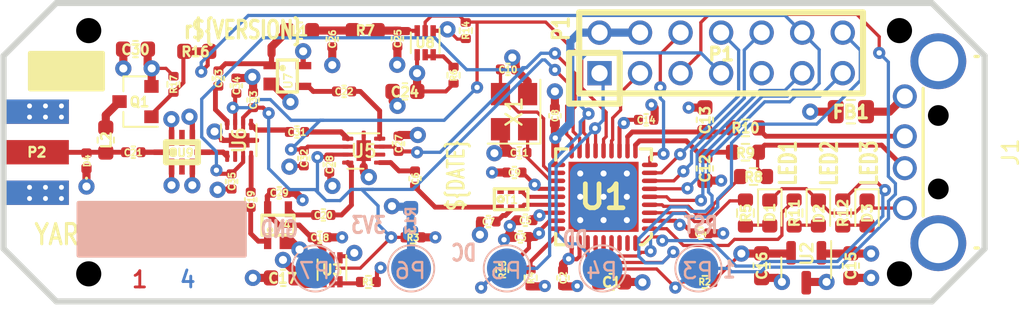
<source format=kicad_pcb>
(kicad_pcb (version 20221018) (generator pcbnew)
  (title_block (title "YARD Stick One") (date "${DATE}") (rev "${VERSION}") (company "Copyright 2012-2023 Great Scott Gadgets") (comment 1 "Licensed under the CERN-OHL-P v2"))
  (layers (0 "F.Cu" signal "Front") (1 "In1.Cu" signal "Layer2") (2 "In2.Cu" signal "Layer3") (31 "B.Cu" signal "Back") (34 "B.Paste" user) (35 "F.Paste" user) (36 "B.SilkS" user "B.Silkscreen") (37 "F.SilkS" user "F.Silkscreen") (38 "B.Mask" user) (39 "F.Mask" user) (44 "Edge.Cuts" user))
  (property "DATE" "2023-06-15")
  (property "VERSION" "2.0.0")
  (net 0 "")
  (net 1 "/AMP_BYPASS_EN")
  (net 2 "/DC")
  (net 3 "/DD")
  (net 4 "/P0_0")
  (net 5 "/P0_1")
  (net 6 "/P0_2")
  (net 7 "/P0_3")
  (net 8 "/P0_4")
  (net 9 "/P0_5")
  (net 10 "/P1_1")
  (net 11 "/P1_2")
  (net 12 "/P1_3")
  (net 13 "/P1_6")
  (net 14 "/P1_7")
  (net 15 "/RESET_N")
  (net 16 "/RX_AMP_EN")
  (net 17 "/TX_AMP_EN")
  (net 18 "VBUS")
  (net 19 "+3V3")
  (net 20 "GND")
  (net 21 "Net-(C1-Pad2)")
  (net 22 "Net-(C6-Pad2)")
  (net 23 "Net-(C6-Pad1)")
  (net 24 "Net-(C7-Pad1)")
  (net 25 "Net-(C10-Pad1)")
  (net 26 "Net-(C11-Pad1)")
  (net 27 "Net-(C12-Pad2)")
  (net 28 "Net-(C13-Pad2)")
  (net 29 "Net-(C18-Pad1)")
  (net 30 "Net-(C19-Pad2)")
  (net 31 "Net-(C19-Pad1)")
  (net 32 "Net-(C20-Pad2)")
  (net 33 "Net-(C21-Pad2)")
  (net 34 "Net-(C21-Pad1)")
  (net 35 "Net-(C22-Pad2)")
  (net 36 "Net-(C22-Pad1)")
  (net 37 "Net-(C23-Pad1)")
  (net 38 "Net-(C25-Pad1)")
  (net 39 "Net-(C26-Pad1)")
  (net 40 "Net-(FB1-Pad2)")
  (net 41 "Net-(J1-Pad2)")
  (net 42 "Net-(J1-Pad3)")
  (net 43 "Net-(P6-Pad1)")
  (net 44 "Net-(R1-Pad2)")
  (net 45 "Net-(R4-Pad1)")
  (net 46 "Net-(R6-Pad2)")
  (net 47 "Net-(R8-Pad2)")
  (net 48 "Net-(T1-Pad3)")
  (net 49 "Net-(T1-Pad4)")
  (net 50 "Net-(L2-Pad1)")
  (net 51 "/ANT_BIAS_EN_N")
  (net 52 "Net-(C31-Pad2)")
  (net 55 "Net-(D1-Pad2)")
  (net 56 "Net-(D2-Pad2)")
  (net 57 "Net-(D3-Pad2)")
  (net 59 "Net-(U6-Pad1)")
  (net 63 "Net-(C31-Pad1)")
  (net 64 "Net-(C23-Pad2)")
  (net 65 "Net-(C20-Pad1)")
  (footprint "Capacitor_SMD:C_0402_1005Metric" (layer "F.Cu") (at 80.518 53.594 -90)
    (fp_text reference "C2")
    (fp_text value "100nF")
  )
  (footprint "Capacitor_SMD:C_0402_1005Metric" (layer "F.Cu") (at 77.851 51.0286)
    (fp_text reference "C3")
    (fp_text value "220pF")
  )
  (footprint "Capacitor_SMD:C_0402_1005Metric" (layer "F.Cu") (at 89.154 50.8 180)
    (fp_text reference "C4")
    (fp_text value "100nF")
  )
  (footprint "Capacitor_SMD:C_0402_1005Metric" (layer "F.Cu") (at 78.1558 49.98212)
    (fp_text reference "C5")
    (fp_text value "10nF")
  )
  (footprint "Capacitor_SMD:C_0402_1005Metric" (layer "F.Cu") (at 71.247 47.371 90)
    (fp_text reference "C6")
    (fp_text value "220pF")
  )
  (footprint "Capacitor_SMD:C_0402_1005Metric" (layer "F.Cu") (at 75.8444 50.0634 180)
    (fp_text reference "C7")
    (fp_text value "220pF")
  )
  (footprint "Capacitor_SMD:C_0402_1005Metric" (layer "F.Cu") (at 80.01 43.434 -90)
    (fp_text reference "C8")
    (fp_text value "10nF")
  )
  (footprint "Capacitor_SMD:C_0402_1005Metric" (layer "F.Cu") (at 77.47 46.99)
    (fp_text reference "C9")
    (fp_text value "2p2")
  )
  (footprint "Capacitor_SMD:C_0402_1005Metric" (layer "F.Cu") (at 77.07 40.53)
    (fp_text reference "C10")
    (fp_text value "27pF")
  )
  (footprint "Capacitor_SMD:C_0402_1005Metric" (layer "F.Cu") (at 77.78 45.75 180)
    (fp_text reference "C11")
    (fp_text value "27pF")
  )
  (footprint "Capacitor_SMD:C_0603_1608Metric" (layer "F.Cu") (at 89.408 46.736 90)
    (fp_text reference "C12")
    (fp_text value "47pF")
  )
  (footprint "Capacitor_SMD:C_0603_1608Metric" (layer "F.Cu") (at 89.408 43.688 -90)
    (fp_text reference "C13")
    (fp_text value "47pF")
  )
  (footprint "Capacitor_SMD:C_0402_1005Metric" (layer "F.Cu") (at 85.725 43.688 180)
    (fp_text reference "C14")
    (fp_text value "100nF")
  )
  (footprint "Capacitor_SMD:C_0603_1608Metric" (layer "F.Cu") (at 98.552 52.832 -90)
    (fp_text reference "C15")
    (fp_text value "1uF")
  )
  (footprint "Capacitor_SMD:C_0603_1608Metric" (layer "F.Cu") (at 92.964 52.832 -90)
    (fp_text reference "C16")
    (fp_text value "4u7")
  )
  (footprint "Capacitor_SMD:C_0603_1608Metric" (layer "F.Cu") (at 62.992 53.594 180)
    (fp_text reference "C17")
    (fp_text value "1uF")
  )
  (footprint "Capacitor_SMD:C_0402_1005Metric" (layer "F.Cu") (at 65.278 51.054)
    (fp_text reference "C18")
    (fp_text value "22nF")
  )
  (footprint "Capacitor_SMD:C_0402_1005Metric" (layer "F.Cu") (at 60.95 48.7 90)
    (fp_text reference "C19")
    (fp_text value "220pF")
  )
  (footprint "Capacitor_SMD:C_0402_1005Metric" (layer "F.Cu") (at 65.5 49.65 180)
    (fp_text reference "C20")
    (fp_text value "220pF")
  )
  (footprint "Capacitor_SMD:C_0402_1005Metric" (layer "F.Cu") (at 66.802 41.91 180)
    (fp_text reference "C22")
    (fp_text value "220pF")
  )
  (footprint "Capacitor_SMD:C_0402_1005Metric" (layer "F.Cu") (at 58.925 41.1 -90)
    (fp_text reference "C23")
    (fp_text value "220pF")
  )
  (footprint "Capacitor_SMD:C_0603_1608Metric" (layer "F.Cu") (at 70.612 41.91 180)
    (fp_text reference "C24")
    (fp_text value "1uF")
  )
  (footprint "Capacitor_SMD:C_0402_1005Metric" (layer "F.Cu") (at 70.1421 38.608 -90)
    (fp_text reference "C25")
    (fp_text value "22nF")
  )
  (footprint "Capacitor_SMD:C_0402_1005Metric" (layer "F.Cu") (at 66.06 38.63 -90)
    (fp_text reference "C26")
    (fp_text value "10nF")
  )
  (footprint "Diode_SMD:D_0402_1005Metric" (layer "F.Cu") (at 50.66 46.26 90)
    (fp_text reference "D4")
    (fp_text value "TVS_DIODE")
  )
  (footprint "Diode_SMD:D_0603_1608Metric" (layer "F.Cu") (at 93.472 49.53 -90)
    (fp_text reference "D1")
    (fp_text value "LED1")
  )
  (footprint "Diode_SMD:D_0603_1608Metric" (layer "F.Cu") (at 96.52 49.53 -90)
    (fp_text reference "D2")
    (fp_text value "LED2")
  )
  (footprint "Diode_SMD:D_0603_1608Metric" (layer "F.Cu") (at 99.568 49.53 -90)
    (fp_text reference "D3")
    (fp_text value "LED3")
  )
  (footprint "Capacitor_SMD:C_0805_2012Metric" (layer "F.Cu") (at 98.552 43.18)
    (fp_text reference "FB1")
    (fp_text value "FILTER")
  )
  (footprint "cc1111:USB-A-1001-010-01001-SHEILD" (layer "F.Cu") (at 106.934 45.72 90)
    (fp_text reference "J1")
    (fp_text value "USB-DEVICE")
  )
  (footprint "Inductor_SMD:L_0603_1608Metric" (layer "F.Cu") (at 64.008 38.1)
    (fp_text reference "L1")
    (fp_text value "1uH")
  )
  (footprint "cc1111:HEADER-2x7" (layer "F.Cu") (at 90.424 39.497)
    (fp_text reference "P1")
    (fp_text value "CONN_02X07")
  )
  (footprint "Resistor_SMD:R_0402_1005Metric" (layer "F.Cu") (at 68.326 53.848 180)
    (fp_text reference "R1")
    (fp_text value "4k7")
  )
  (footprint "Resistor_SMD:R_0402_1005Metric" (layer "F.Cu") (at 89.408 53.848)
    (fp_text reference "R2")
    (fp_text value "4k7")
  )
  (footprint "Resistor_SMD:R_0402_1005Metric" (layer "F.Cu") (at 71.12 51.054)
    (fp_text reference "R3")
    (fp_text value "1k")
  )
  (footprint "Resistor_SMD:R_0402_1005Metric" (layer "F.Cu") (at 78.486 53.594 -90)
    (fp_text reference "R4")
    (fp_text value "56k")
  )
  (footprint "Resistor_SMD:R_0603_1608Metric" (layer "F.Cu") (at 91.948 49.53 90)
    (fp_text reference "R5")
    (fp_text value "330")
  )
  (footprint "Resistor_SMD:R_0402_1005Metric" (layer "F.Cu") (at 73.66 40.894 90)
    (fp_text reference "R6")
    (fp_text value "4k7")
  )
  (footprint "Resistor_SMD:R_0603_1608Metric" (layer "F.Cu") (at 92.456 47.244 180)
    (fp_text reference "R8")
    (fp_text value "1k5")
  )
  (footprint "Resistor_SMD:R_0603_1608Metric" (layer "F.Cu") (at 91.948 45.72 180)
    (fp_text reference "R9")
    (fp_text value "33")
  )
  (footprint "Resistor_SMD:R_0603_1608Metric" (layer "F.Cu") (at 91.948 44.196 180)
    (fp_text reference "R10")
    (fp_text value "33")
  )
  (footprint "Resistor_SMD:R_0603_1608Metric" (layer "F.Cu") (at 94.996 49.53 90)
    (fp_text reference "R11")
    (fp_text value "1k5")
  )
  (footprint "Resistor_SMD:R_0603_1608Metric" (layer "F.Cu") (at 98.044 49.53 90)
    (fp_text reference "R12")
    (fp_text value "330")
  )
  (footprint "Resistor_SMD:R_0402_1005Metric" (layer "F.Cu") (at 74.422 38.1 -90)
    (fp_text reference "R14")
    (fp_text value "1k")
  )
  (footprint "Resistor_SMD:R_0402_1005Metric" (layer "F.Cu") (at 76.708 53.086 -90)
    (fp_text reference "R15")
    (fp_text value "4k7")
  )
  (footprint "cc1111:B0310J50100AHF" (layer "F.Cu") (at 77.2668 48.6664 180)
    (fp_text reference "T1")
    (fp_text value "BALUN")
  )
  (footprint "cc1111:CC1111-QFN36" (layer "F.Cu") (at 83.058 48.514 180)
    (fp_text reference "U1")
    (fp_text value "CC1111")
  )
  (footprint "Package_TO_SOT_SMD:SOT-23" (layer "F.Cu") (at 95.758 52.959 -90)
    (fp_text reference "U2")
    (fp_text value "AP7313")
  )
  (footprint "Package_TO_SOT_SMD:SOT-563" (layer "F.Cu") (at 66.04 53.086 -90)
    (fp_text reference "U3")
    (fp_text value "SSM6L36FE")
  )
  (footprint "cc1111:SOT343-WP" (layer "F.Cu") (at 63.246 40.894 -90)
    (fp_text reference "U7")
    (fp_text value "TX_AMP")
  )
  (footprint "Package_TO_SOT_SMD:SOT-563" (layer "F.Cu") (at 71.882 38.862 -90)
    (fp_text reference "U8")
    (fp_text value "SSM6L36FE")
  )
  (footprint "Capacitor_SMD:C_0603_1608Metric" (layer "F.Cu") (at 83.566 53.848 180)
    (fp_text reference "C1")
    (fp_text value "1uF")
  )
  (footprint "Capacitor_SMD:C_0402_1005Metric" (layer "F.Cu") (at 62.738 48.26)
    (fp_text reference "C29")
    (fp_text value "220pF")
  )
  (footprint "cc1111:SOT343-WP" (layer "F.Cu") (at 62.611 50.292)
    (fp_text reference "U4")
    (fp_text value "RX_AMP")
  )
  (footprint "Capacitor_SMD:C_0402_1005Metric" (layer "F.Cu") (at 53.594 45.72 180)
    (fp_text reference "C21")
    (fp_text value "220pF")
  )
  (footprint "cc1111:SMA-EDGE" (layer "F.Cu") (at 45.4914 45.72)
    (fp_text reference "P2")
    (fp_text value "SMA-EDGE")
  )
  (footprint "Resistor_SMD:R_0402_1005Metric" (layer "F.Cu") (at 56.11114 41.46804 90)
    (fp_text reference "R17")
    (fp_text value "4k7")
  )
  (footprint "cc1111:0915LP15B026" (layer "F.Cu") (at 56.642 45.72 180)
    (fp_text reference "U9")
    (fp_text value "LPF" hide)
  )
  (footprint "Capacitor_SMD:C_0603_1608Metric" (layer "F.Cu") (at 53.73116 39.25824 180)
    (fp_text reference "C30")
    (fp_text value "1uF")
  )
  (footprint "Package_TO_SOT_SMD:SOT-23" (layer "F.Cu") (at 53.73116 42.54754 180)
    (fp_text reference "Q1")
    (fp_text value "MOSFET_P")
  )
  (footprint "Inductor_SMD:L_0603_1608Metric" (layer "F.Cu") (at 51.87 44.96 -90)
    (fp_text reference "L2")
    (fp_text value "1uH")
  )
  (footprint "Capacitor_SMD:C_0402_1005Metric" (layer "F.Cu") (at 60.05 41.55 -90)
    (fp_text reference "C34")
    (fp_text value "47pF")
  )
  (footprint "cc1111:HOLE-62MIL" (layer "F.Cu") (at 101.6 53.34)
    (fp_text reference "HOLE-62MIL" hide)
    (fp_text value "VAL**" hide)
  )
  (footprint "Capacitor_SMD:C_0402_1005Metric" (layer "F.Cu") (at 65.875 46.5 90)
    (fp_text reference "C28")
    (fp_text value "100pF")
  )
  (footprint "Capacitor_SMD:C_0402_1005Metric" (layer "F.Cu") (at 59.75 47.55 90)
    (fp_text reference "C35")
    (fp_text value "47pF")
  )
  (footprint "cc1111:HOLE-62MIL" (layer "F.Cu") (at 50.8 53.34)
    (fp_text reference "HOLE-62MIL" hide)
    (fp_text value "VAL**" hide)
  )
  (footprint "cc1111:NT_0603_jumper" (layer "F.Cu") (at 68.125 38.1 180)
    (fp_text reference "R7")
    (fp_text value "NetTie_2")
  )
  (footprint "Capacitor_SMD:C_0402_1005Metric" (layer "F.Cu") (at 61.1 42.45 -90)
    (fp_text reference "C33")
    (fp_text value "47pF")
  )
  (footprint "Capacitor_SMD:C_0402_1005Metric" (layer "F.Cu") (at 63.85 44.45 180)
    (fp_text reference "C31")
    (fp_text value "220pF")
  )
  (footprint "Capacitor_SMD:C_0402_1005Metric" (layer "F.Cu") (at 64.275 46.1 90)
    (fp_text reference "C32")
    (fp_text value "100pF")
  )
  (footprint "cc1111:QFN-8-1EP_2x2mm_P0.5mm_Ep0.9x1.3mm" (layer "F.Cu") (at 60.225 44.975 90)
    (fp_text reference "U6")
    (fp_text value "SKY13251")
  )
  (footprint "cc1111:NT_0603_jumper" (layer "F.Cu") (at 57.57 39.4)
    (fp_text reference "R16")
    (fp_text value "NetTie_2")
  )
  (footprint "cc1111:QFN-8-1EP_2x2mm_P0.5mm_Ep0.9x1.3mm" (layer "F.Cu") (at 68.03 45.62 180)
    (fp_text reference "U5")
    (fp_text value "SKY13251")
  )
  (footprint "Crystal:Crystal_SMD_3225-4Pin_3.2x2.5mm" (layer "F.Cu") (at 77.45 43.18 90)
    (fp_text reference "X1")
    (fp_text value "48 MHz clock")
  )
  (footprint "cc1111:HOLE-62MIL" (layer "F.Cu") (at 50.8 38.1)
    (fp_text reference "HOLE-62MIL" hide)
    (fp_text value "VAL**" hide)
  )
  (footprint "Capacitor_SMD:C_0402_1005Metric" (layer "F.Cu") (at 70.21 45.19 -90)
    (fp_text reference "C27")
    (fp_text value "100pF")
  )
  (footprint "cc1111:HOLE-62MIL" (layer "F.Cu") (at 101.6 38.1)
    (fp_text reference "HOLE-62MIL" hide)
    (fp_text value "VAL**" hide)
  )
  (footprint "TestPoint:TestPoint_Pad_D2.5mm" (layer "B.Cu") (at 89.0016 52.99964)
    (fp_text reference "P3")
    (fp_text value "RESET_N")
  )
  (footprint "TestPoint:TestPoint_Pad_D2.5mm" (layer "B.Cu") (at 82.99958 52.99964)
    (fp_text reference "P4")
    (fp_text value "DD")
  )
  (footprint "TestPoint:TestPoint_Pad_D2.5mm" (layer "B.Cu") (at 77.0001 52.99964)
    (fp_text reference "P5")
    (fp_text value "DC")
  )
  (footprint "TestPoint:TestPoint_Pad_D2.5mm" (layer "B.Cu") (at 71.00062 52.99964)
    (fp_text reference "P6")
    (fp_text value "3V3")
  )
  (footprint "TestPoint:TestPoint_Pad_D2.5mm" (layer "B.Cu") (at 65.00114 52.99964)
    (fp_text reference "P7")
    (fp_text value "GND")
  )
  (footprint "cc1111:NT_0603_jumper" (layer "B.Cu") (at 70.97 50 -90)
    (fp_text reference "R13")
    (fp_text value "NetTie_2")
  )
  (gr_line (start 103.632 55.0672) (end 48.768 55.0672) (stroke (width 0.381)) (layer "Edge.Cuts"))
  (gr_line (start 45.466 39.6748) (end 48.768 36.3728) (stroke (width 0.381)) (layer "Edge.Cuts"))
  (gr_line (start 45.466 51.7652) (end 45.466 39.6748) (stroke (width 0.381)) (layer "Edge.Cuts"))
  (gr_line (start 106.934 51.7652) (end 103.632 55.0672) (stroke (width 0.381)) (layer "Edge.Cuts"))
  (gr_line (start 48.768 36.3728) (end 103.632 36.3728) (stroke (width 0.381)) (layer "Edge.Cuts"))
  (gr_line (start 45.466 51.7652) (end 48.768 55.0672) (stroke (width 0.381)) (layer "Edge.Cuts"))
  (gr_line (start 106.934 39.6748) (end 103.632 36.3728) (stroke (width 0.381)) (layer "Edge.Cuts"))
  (gr_line (start 106.934 51.7652) (end 106.934 39.6748) (stroke (width 0.381)) (layer "Edge.Cuts"))
  (gr_text "1" (at 54 53.7) (layer "F.Cu") (effects (font (size 1.016 1.016) (thickness 0.1778))))
  (gr_text "4" (at 57 53.7) (layer "B.Cu") (effects (font (size 1.016 1.016) (thickness 0.1778))))
  (gr_text "3V3" (at 68.326 50.292) (layer "B.SilkS") (effects (font (size 1.016 0.762) (thickness 0.1905)) (justify mirror)))
  (gr_text "DC" (at 74.3 52.03) (layer "B.SilkS") (effects (font (size 1.016 0.762) (thickness 0.1905)) (justify mirror)))
  (gr_text "DD" (at 81.28 51.181) (layer "B.SilkS") (effects (font (size 1.016 0.762) (thickness 0.1905)) (justify mirror)))
  (gr_text "1" (at 90.932 53.086) (layer "B.SilkS") (effects (font (size 1.016 0.762) (thickness 0.1905)) (justify mirror)))
  (gr_text "GND" (at 62.738 50.546) (layer "B.SilkS") (effects (font (size 1.016 0.762) (thickness 0.1905)) (justify mirror)))
  (gr_text "RST" (at 89.154 50.292) (layer "B.SilkS") (effects (font (size 1.016 0.762) (thickness 0.1905)) (justify mirror)))
  (gr_text "${ISSUE_DATE}" (at 73.8124 47.1678 90) (layer "F.SilkS") (effects (font (size 1.016 0.762) (thickness 0.15875))))
  (gr_text "YARD Stick  One" (at 53.76 50.88) (layer "F.SilkS") (effects (font (size 1.27 1.016) (thickness 0.1905))))
  (gr_text "LED2" (at 97.198 46.411 90) (layer "F.SilkS") (effects (font (size 1.016 0.762) (thickness 0.1905))))
  (gr_text "LED3" (at 99.7 46.4 90) (layer "F.SilkS") (effects (font (size 1.016 0.762) (thickness 0.1905))))
  (gr_text "LED1" (at 94.62 46.4 90) (layer "F.SilkS") (effects (font (size 1.016 0.762) (thickness 0.1905))))
  (gr_text "TM" (at 56.06 49.87) (layer "F.SilkS") (effects (font (size 0.5 0.5) (thickness 0.125))))
  (gr_text "r${REVISION}" (at 60.47 38.06) (layer "F.SilkS") (effects (font (size 1.1 0.8) (thickness 0.2))))
  (gr_text "P1" (at 80.391 37.973 90) (layer "F.SilkS") (effects (font (size 1.016 0.762) (thickness 0.1905))))
  (segment (start 81.55686 44.82846) (end 81.153002 44.424602) (width 0.2032) (layer "F.Cu") (net 1))
  (segment (start 81.153002 43.002198) (end 81.279998 42.875202) (width 0.2032) (layer "F.Cu") (net 1))
  (segment (start 81.279998 42.875202) (end 81.279998 40.792398) (width 0.2032) (layer "F.Cu") (net 1))
  (segment (start 81.279998 40.792398) (end 80.01 39.5224) (width 0.2032) (layer "F.Cu") (net 1))
  (segment (start 60.475 45.975) (end 60.475 46.345) (width 0.254) (layer "F.Cu") (net 1))
  (segment (start 59.75 47.07) (end 59.02 47.07) (width 0.254) (layer "F.Cu") (net 1))
  (segment (start 59.02 47.07) (end 58.8 46.85) (width 0.254) (layer "F.Cu") (net 1))
  (segment (start 69.91 45.37) (end 70.21 45.67) (width 0.254) (layer "F.Cu") (net 1))
  (segment (start 71.32 45.67) (end 71.375 45.725) (width 0.254) (layer "F.Cu") (net 1))
  (segment (start 69.03 45.37) (end 69.91 45.37) (width 0.254) (layer "F.Cu") (net 1))
  (segment (start 81.153002 44.424602) (end 81.153002 43.002198) (width 0.2032) (layer "F.Cu") (net 1))
  (segment (start 60.475 46.345) (end 59.75 47.07) (width 0.254) (layer "F.Cu") (net 1))
  (segment (start 81.55686 44.82846) (end 81.55686 45.61332) (width 0.2032) (layer "F.Cu") (net 1))
  (segment (start 70.21 45.67) (end 71.32 45.67) (width 0.254) (layer "F.Cu") (net 1))
  (via (at 58.8 46.85) (size 0.762) (drill 0.3302) (layers "F.Cu" "B.Cu") (net 1))
  (via (at 71.375 45.725) (size 0.762) (drill 0.3302) (layers "F.Cu" "B.Cu") (net 1))
  (via (at 80.01 39.5224) (size 0.762) (drill 0.3302) (layers "F.Cu" "B.Cu") (net 1))
  (segment (start 72.815 45.725) (end 78.115 40.425) (width 0.2032) (layer "B.Cu") (net 1))
  (segment (start 71.375 45.725) (end 72.815 45.725) (width 0.2032) (layer "B.Cu") (net 1))
  (segment (start 58.8 45.69) (end 57.88 44.77) (width 0.2032) (layer "B.Cu") (net 1))
  (segment (start 78.1185 40.4215) (end 78.225424 40.4215) (width 0.2032) (layer "B.Cu") (net 1))
  (segment (start 78.115 40.425) (end 78.1185 40.4215) (width 0.2032) (layer "B.Cu") (net 1))
  (segment (start 72.48 38.55) (end 74.4815 40.5515) (width 0.2032) (layer "B.Cu") (net 1))
  (segment (start 80.0076 39.52) (end 80.01 39.5224) (width 0.2032) (layer "B.Cu") (net 1))
  (segment (start 77.991924 40.425) (end 78.115 40.425) (width 0.2032) (layer "B.Cu") (net 1))
  (segment (start 57.88 44.77) (end 57.88 42.39) (width 0.2032) (layer "B.Cu") (net 1))
  (segment (start 78.225424 40.4215) (end 79.126924 39.52) (width 0.2032) (layer "B.Cu") (net 1))
  (segment (start 79.126924 39.52) (end 80.0076 39.52) (width 0.2032) (layer "B.Cu") (net 1))
  (segment (start 74.4815 40.5515) (end 77.865424 40.5515) (width 0.2032) (layer "B.Cu") (net 1))
  (segment (start 77.865424 40.5515) (end 77.991924 40.425) (width 0.2032) (layer "B.Cu") (net 1))
  (segment (start 58.8 46.85) (end 58.8 45.69) (width 0.2032) (layer "B.Cu") (net 1))
  (segment (start 57.88 42.39) (end 61.72 38.55) (width 0.2032) (layer "B.Cu") (net 1))
  (segment (start 61.72 38.55) (end 72.48 38.55) (width 0.2032) (layer "B.Cu") (net 1))
  (segment (start 75.9714 53.6194) (end 75.3872 54.2036) (width 0.254) (layer "F.Cu") (net 2))
  (segment (start 82.05724 44.74464) (end 81.8134 44.5008) (width 0.2032) (layer "F.Cu") (net 2))
  (segment (start 81.8134 44.5008) (end 81.8134 43.6118) (width 0.2032) (layer "F.Cu") (net 2))
  (segment (start 81.8134 43.6118) (end 82.1182 43.307) (width 0.2032) (layer "F.Cu") (net 2))
  (segment (start 76.708 53.6194) (end 75.9714 53.6194) (width 0.254) (layer "F.Cu") (net 2))
  (segment (start 82.05724 45.61332) (end 82.05724 44.74464) (width 0.2032) (layer "F.Cu") (net 2))
  (via (at 75.3872 54.2036) (size 0.762) (drill 0.3302) (layers "F.Cu" "B.Cu") (net 2))
  (via (at 82.1182 43.307) (size 0.762) (drill 0.3302) (layers "F.Cu" "B.Cu") (net 2))
  (segment (start 75.3872 54.2036) (end 76.59116 52.99964) (width 0.254) (layer "B.Cu") (net 2))
  (segment (start 76.59116 52.99964) (end 77.0001 52.99964) (width 0.254) (layer "B.Cu") (net 2))
  (segment (start 79.679798 46.482002) (end 79.679798 52.197002) (width 0.2032) (layer "B.Cu") (net 2))
  (segment (start 79.679798 52.197002) (end 78.87716 52.99964) (width 0.2032) (layer "B.Cu") (net 2))
  (segment (start 77.0001 52.99964) (end 78.87716 52.99964) (width 0.2032) (layer "B.Cu") (net 2))
  (segment (start 81.534 42.7228) (end 81.534 40.005) (width 0.2032) (layer "B.Cu") (net 2))
  (segment (start 81.534 40.005) (end 82.042 39.497) (width 0.2032) (layer "B.Cu") (net 2))
  (segment (start 82.042 39.497) (end 89.154 39.497) (width 0.2032) (layer "B.Cu") (net 2))
  (segment (start 89.154 39.497) (end 90.424 40.767) (width 0.2032) (layer "B.Cu") (net 2))
  (segment (start 81.60004 44.56176) (end 81.60004 43.82516) (width 0.2032) (layer "B.Cu") (net 2))
  (segment (start 81.60004 43.82516) (end 82.1182 43.307) (width 0.2032) (layer "B.Cu") (net 2))
  (segment (start 79.679798 46.482002) (end 81.60004 44.56176) (width 0.2032) (layer "B.Cu") (net 2))
  (segment (start 82.1182 43.307) (end 81.534 42.7228) (width 0.2032) (layer "B.Cu") (net 2))
  (segment (start 82.55762 44.25442) (end 82.5246 44.2214) (width 0.2032) (layer "F.Cu") (net 3))
  (segment (start 82.55762 44.25442) (end 82.55762 45.61332) (width 0.2032) (layer "F.Cu") (net 3))
  (via (at 82.5246 44.2214) (size 0.762) (drill 0.3302) (layers "F.Cu" "B.Cu") (net 3))
  (segment (start 80.0862 50.7746) (end 80.0862 46.6598) (width 0.2032) (layer "B.Cu") (net 3))
  (segment (start 82.5246 44.2214) (end 80.0862 46.6598) (width 0.2032) (layer "B.Cu") (net 3))
  (segment (start 83.03 43.716) (end 83.03 40.993) (width 0.2032) (layer "B.Cu") (net 3))
  (segment (start 83.03 40.993) (end 82.804 40.767) (width 0.2032) (layer "B.Cu") (net 3))
  (segment (start 80.772 51.4604) (end 81.46034 51.4604) (width 0.2032) (layer "B.Cu") (net 3))
  (segment (start 81.46034 51.4604) (end 82.99958 52.99964) (width 0.2032) (layer "B.Cu") (net 3))
  (segment (start 82.5246 44.2214) (end 83.03 43.716) (width 0.2032) (layer "B.Cu") (net 3))
  (segment (start 80.0862 50.7746) (end 80.772 51.4604) (width 0.2032) (layer "B.Cu") (net 3))
  (segment (start 89.16162 48.73752) (end 87.23376 48.73752) (width 0.2032) (layer "F.Cu") (net 4))
  (segment (start 87.23376 48.73752) (end 87.01024 48.514) (width 0.2032) (layer "F.Cu") (net 4))
  (segment (start 87.01024 48.514) (end 85.95868 48.514) (width 0.2032) (layer "F.Cu") (net 4))
  (segment (start 58.2556 40.2694) (end 58.2556 39.5894) (width 0.254) (layer "F.Cu") (net 4))
  (segment (start 58.2556 39.5894) (end 58.445 39.4) (width 0.254) (layer "F.Cu") (net 4))
  (segment (start 58.2556 40.2694) (end 57.85 40.675) (width 0.254) (layer "F.Cu") (net 4))
  (via (at 89.16162 48.73752) (size 0.762) (drill 0.3302) (layers "F.Cu" "B.Cu") (net 4))
  (via (at 57.85 40.675) (size 0.762) (drill 0.3302) (layers "F.Cu" "B.Cu") (net 4))
  (segment (start 94.568797 42.205101) (end 93.009193 42.205101) (width 0.2032) (layer "B.Cu") (net 4))
  (segment (start 57.85 40.675) (end 57.85 40.1) (width 0.2032) (layer "B.Cu") (net 4))
  (segment (start 94.935018 41.83888) (end 94.568797 42.205101) (width 0.2032) (layer "B.Cu") (net 4))
  (segment (start 96.56826 41.40674) (end 96.13612 41.83888) (width 0.2032) (layer "B.Cu") (net 4))
  (segment (start 60.8 37.15) (end 94.427 37.15) (width 0.2032) (layer "B.Cu") (net 4))
  (segment (start 57.85 40.1) (end 60.8 37.15) (width 0.2032) (layer "B.Cu") (net 4))
  (segment (start 89.278464 48.620676) (end 89.16162 48.73752) (width 0.2032) (layer "B.Cu") (net 4))
  (segment (start 93.009193 42.205101) (end 89.278464 45.93583) (width 0.2032) (layer "B.Cu") (net 4))
  (segment (start 89.278464 45.93583) (end 89.278464 48.620676) (width 0.2032) (layer "B.Cu") (net 4))
  (segment (start 96.13612 41.83888) (end 94.935018 41.83888) (width 0.2032) (layer "B.Cu") (net 4))
  (segment (start 96.56826 39.29126) (end 96.56826 41.40674) (width 0.2032) (layer "B.Cu") (net 4))
  (segment (start 94.427 37.15) (end 96.56826 39.29126) (width 0.2032) (layer "B.Cu") (net 4))
  (segment (start 88.28278 48.01362) (end 85.95868 48.01362) (width 0.2032) (layer "F.Cu") (net 5))
  (via (at 88.3158 47.9806) (size 0.762) (drill 0.3302) (layers "F.Cu" "B.Cu") (net 5))
  (segment (start 88.922862 45.788534) (end 92.861396 41.85) (width 0.2032) (layer "B.Cu") (net 5))
  (segment (start 88.922862 47.373538) (end 88.922862 45.788534) (width 0.2032) (layer "B.Cu") (net 5))
  (segment (start 88.3158 47.9806) (end 88.922862 47.373538) (width 0.2032) (layer "B.Cu") (net 5))
  (segment (start 92.861396 41.85) (end 94.421 41.85) (width 0.2032) (layer "B.Cu") (net 5))
  (segment (start 94.421 41.85) (end 95.504 40.767) (width 0.2032) (layer "B.Cu") (net 5))
  (segment (start 87.46236 47.51324) (end 88.0618 46.9138) (width 0.2032) (layer "F.Cu") (net 6))
  (segment (start 85.95868 47.51324) (end 87.46236 47.51324) (width 0.2032) (layer "F.Cu") (net 6))
  (via (at 88.0618 46.9138) (size 0.762) (drill 0.3302) (layers "F.Cu" "B.Cu") (net 6))
  (segment (start 88.56726 46.40834) (end 88.56726 45.641238) (width 0.2032) (layer "B.Cu") (net 6))
  (segment (start 88.56726 45.641238) (end 91.876882 42.331616) (width 0.2032) (layer "B.Cu") (net 6))
  (segment (start 91.876882 42.331616) (end 91.876882 39.314118) (width 0.2032) (layer "B.Cu") (net 6))
  (segment (start 91.876882 39.314118) (end 92.964 38.227) (width 0.2032) (layer "B.Cu") (net 6))
  (segment (start 88.0618 46.9138) (end 88.56726 46.40834) (width 0.2032) (layer "B.Cu") (net 6))
  (segment (start 86.69274 47.01286) (end 87.8586 45.847) (width 0.2032) (layer "F.Cu") (net 7))
  (segment (start 85.95868 47.01286) (end 86.69274 47.01286) (width 0.2032) (layer "F.Cu") (net 7))
  (via (at 87.8586 45.847) (size 0.762) (drill 0.3302) (layers "F.Cu" "B.Cu") (net 7))
  (segment (start 91.52128 42.18432) (end 91.52128 39.32428) (width 0.2032) (layer "B.Cu") (net 7))
  (segment (start 91.52128 39.32428) (end 90.424 38.227) (width 0.2032) (layer "B.Cu") (net 7))
  (segment (start 87.8586 45.847) (end 91.52128 42.18432) (width 0.2032) (layer "B.Cu") (net 7))
  (segment (start 85.95868 46.04512) (end 86.1822 45.8216) (width 0.2032) (layer "F.Cu") (net 8))
  (segment (start 86.1822 45.8216) (end 86.8172 45.8216) (width 0.2032) (layer "F.Cu") (net 8))
  (segment (start 86.614 39.577) (end 87.924 38.267) (width 0.2032) (layer "F.Cu") (net 8))
  (segment (start 86.614 41.656) (end 86.614 39.664) (width 0.2032) (layer "F.Cu") (net 8))
  (segment (start 85.95868 46.51502) (end 85.95868 46.04512) (width 0.2032) (layer "F.Cu") (net 8))
  (segment (start 86.614 39.664) (end 86.614 39.577) (width 0.2032) (layer "F.Cu") (net 8))
  (via (at 86.8172 45.8216) (size 0.762) (drill 0.3302) (layers "F.Cu" "B.Cu") (net 8))
  (via (at 86.614 41.656) (size 0.762) (drill 0.3302) (layers "F.Cu" "B.Cu") (net 8))
  (segment (start 86.614 42.3418) (end 86.8172 42.545) (width 0.2032) (layer "B.Cu") (net 8))
  (segment (start 86.8172 42.545) (end 86.8172 45.8216) (width 0.2032) (layer "B.Cu") (net 8))
  (segment (start 86.614 41.656) (end 86.614 42.3418) (width 0.2032) (layer "B.Cu") (net 8))
  (segment (start 83.55838 45.001178) (end 83.626958 44.9326) (width 0.2032) (layer "F.Cu") (net 9))
  (segment (start 83.626958 44.9326) (end 83.626958 43.576242) (width 0.2032) (layer "F.Cu") (net 9))
  (segment (start 83.626958 43.576242) (end 84.1248 43.0784) (width 0.2032) (layer "F.Cu") (net 9))
  (segment (start 84.1248 41.9862) (end 85.344 40.767) (width 0.2032) (layer "F.Cu") (net 9))
  (segment (start 84.1248 43.0784) (end 84.1248 41.9862) (width 0.2032) (layer "F.Cu") (net 9))
  (segment (start 83.55838 45.61332) (end 83.55838 45.001178) (width 0.2032) (layer "F.Cu") (net 9))
  (segment (start 88.20842 49.51476) (end 88.75706 50.0634) (width 0.2032) (layer "F.Cu") (net 10))
  (segment (start 88.75706 50.0634) (end 89.67794 50.0634) (width 0.2032) (layer "F.Cu") (net 10))
  (segment (start 89.67794 50.0634) (end 90.97334 48.768) (width 0.2032) (layer "F.Cu") (net 10))
  (segment (start 90.97334 48.768) (end 91.948 48.768) (width 0.2032) (layer "F.Cu") (net 10))
  (segment (start 85.95868 49.51476) (end 88.20842 49.51476) (width 0.2032) (layer "F.Cu") (net 10))
  (segment (start 94.9706 48.768) (end 94.234 49.5046) (width 0.2032) (layer "F.Cu") (net 11))
  (segment (start 94.234 49.5046) (end 94.234 50.927) (width 0.2032) (layer "F.Cu") (net 11))
  (segment (start 94.234 50.927) (end 93.98 51.181) (width 0.2032) (layer "F.Cu") (net 11))
  (segment (start 93.98 51.181) (end 91.2622 51.181) (width 0.2032) (layer "F.Cu") (net 11))
  (segment (start 91.2622 51.181) (end 90.8812 51.562) (width 0.2032) (layer "F.Cu") (net 11))
  (segment (start 90.8812 51.562) (end 88.0618 51.562) (width 0.2032) (layer "F.Cu") (net 11))
  (segment (start 87.01278 50.51298) (end 88.0618 51.562) (width 0.2032) (layer "F.Cu") (net 11))
  (segment (start 85.95868 50.51298) (end 87.01278 50.51298) (width 0.2032) (layer "F.Cu") (net 11))
  (segment (start 94.9706 48.768) (end 94.996 48.768) (width 0.2032) (layer "F.Cu") (net 11))
  (segment (start 85.51672 51.41468) (end 85.9028 51.0286) (width 0.2032) (layer "F.Cu") (net 12))
  (segment (start 85.9028 51.0286) (end 86.5124 51.0286) (width 0.2032) (layer "F.Cu") (net 12))
  (segment (start 86.5124 51.0286) (end 86.741 51.2572) (width 0.2032) (layer "F.Cu") (net 12))
  (segment (start 100.6856 48.09236) (end 100.22332 47.63008) (width 0.2032) (layer "F.Cu") (net 12))
  (segment (start 100.22332 47.63008) (end 99.18192 47.63008) (width 0.2032) (layer "F.Cu") (net 12))
  (segment (start 99.18192 47.63008) (end 98.044 48.768) (width 0.2032) (layer "F.Cu") (net 12))
  (segment (start 85.05698 51.41468) (end 85.51672 51.41468) (width 0.2032) (layer "F.Cu") (net 12))
  (via (at 100.6856 48.09236) (size 0.762) (drill 0.3302) (layers "F.Cu" "B.Cu") (net 12))
  (via (at 86.741 51.2572) (size 0.762) (drill 0.3302) (layers "F.Cu" "B.Cu") (net 12))
  (segment (start 89.75344 51.2572) (end 91.34856 52.85232) (width 0.2032) (layer "B.Cu") (net 12))
  (segment (start 91.34856 52.85232) (end 92.7735 52.85232) (width 0.2032) (layer "B.Cu") (net 12))
  (segment (start 93.060522 52.565298) (end 97.711284 52.565298) (width 0.2032) (layer "B.Cu") (net 12))
  (segment (start 97.711284 52.565298) (end 100.556058 49.720524) (width 0.2032) (layer "B.Cu") (net 12))
  (segment (start 100.556058 49.720524) (end 100.556058 48.221902) (width 0.2032) (layer "B.Cu") (net 12))
  (segment (start 100.556058 48.221902) (end 100.6856 48.09236) (width 0.2032) (layer "B.Cu") (net 12))
  (segment (start 86.741 51.2572) (end 89.75344 51.2572) (width 0.2032) (layer "B.Cu") (net 12))
  (segment (start 92.7735 52.85232) (end 93.060522 52.565298) (width 0.2032) (layer "B.Cu") (net 12))
  (segment (start 83.55838 51.98618) (end 83.7946 52.2224) (width 0.2032) (layer "F.Cu") (net 13))
  (segment (start 85.1916 52.2224) (end 85.4202 51.9938) (width 0.2032) (layer "F.Cu") (net 13))
  (segment (start 85.4202 51.9938) (end 85.9282 51.9938) (width 0.2032) (layer "F.Cu") (net 13))
  (segment (start 85.9282 51.9938) (end 86.0044 51.9176) (width 0.2032) (layer "F.Cu") (net 13))
  (segment (start 83.7946 52.2224) (end 85.1916 52.2224) (width 0.2032) (layer "F.Cu") (net 13))
  (segment (start 83.55838 51.41468) (end 83.55838 51.98618) (width 0.2032) (layer "F.Cu") (net 13))
  (via (at 86.0044 51.9176) (size 0.762) (drill 0.3302) (layers "F.Cu" "B.Cu") (net 13))
  (segment (start 90.210642 49.151516) (end 90.210642 48.648618) (width 0.2032) (layer "B.Cu") (net 13))
  (segment (start 88.1126 49.5554) (end 88.339932 49.782732) (width 0.2032) (layer "B.Cu") (net 13))
  (segment (start 86.0044 50.9778) (end 87.4268 49.5554) (width 0.2032) (layer "B.Cu") (net 13))
  (segment (start 91.07424 45.14585) (end 92.26031 43.95978) (width 0.2032) (layer "B.Cu") (net 13))
  (segment (start 99.14382 39.32682) (end 98.044 38.227) (width 0.2032) (layer "B.Cu") (net 13))
  (segment (start 89.579426 49.782732) (end 90.210642 49.151516) (width 0.2032) (layer "B.Cu") (net 13))
  (segment (start 87.4268 49.5554) (end 88.1126 49.5554) (width 0.2032) (layer "B.Cu") (net 13))
  (segment (start 92.26031 43.95978) (end 96.41522 43.95978) (width 0.2032) (layer "B.Cu") (net 13))
  (segment (start 88.339932 49.782732) (end 89.579426 49.782732) (width 0.2032) (layer "B.Cu") (net 13))
  (segment (start 91.07424 47.78502) (end 91.07424 45.14585) (width 0.2032) (layer "B.Cu") (net 13))
  (segment (start 86.0044 51.9176) (end 86.0044 50.9778) (width 0.2032) (layer "B.Cu") (net 13))
  (segment (start 90.210642 48.648618) (end 91.07424 47.78502) (width 0.2032) (layer "B.Cu") (net 13))
  (segment (start 99.14382 41.23118) (end 99.14382 39.32682) (width 0.2032) (layer "B.Cu") (net 13))
  (segment (start 96.41522 43.95978) (end 99.14382 41.23118) (width 0.2032) (layer "B.Cu") (net 13))
  (segment (start 83.058 52.06054) (end 83.626262 52.628802) (width 0.2032) (layer "F.Cu") (net 14))
  (segment (start 86.766398 52.628802) (end 87.4268 51.9684) (width 0.2032) (layer "F.Cu") (net 14))
  (segment (start 83.058 51.41468) (end 83.058 52.06054) (width 0.2032) (layer "F.Cu") (net 14))
  (segment (start 83.626262 52.628802) (end 86.766398 52.628802) (width 0.2032) (layer "F.Cu") (net 14))
  (via (at 87.4268 51.9684) (size 0.762) (drill 0.3302) (layers "F.Cu" "B.Cu") (net 14))
  (segment (start 87.4268 51.9684) (end 86.741 52.6542) (width 0.2032) (layer "B.Cu") (net 14))
  (segment (start 89.43213 49.42713) (end 89.85504 49.00422) (width 0.2032) (layer "B.Cu") (net 14))
  (segment (start 89.85504 49.00422) (end 89.85504 48.44796) (width 0.2032) (layer "B.Cu") (net 14))
  (segment (start 88.55907 49.42713) (end 89.43213 49.42713) (width 0.2032) (layer "B.Cu") (net 14))
  (segment (start 85.2678 52.2478) (end 85.2678 51.13966) (width 0.2032) (layer "B.Cu") (net 14))
  (segment (start 93.15699 42.560202) (end 94.716594 42.560202) (width 0.2032) (layer "B.Cu") (net 14))
  (segment (start 95.082314 42.194482) (end 96.616518 42.194482) (width 0.2032) (layer "B.Cu") (net 14))
  (segment (start 96.616518 42.194482) (end 98.044 40.767) (width 0.2032) (layer "B.Cu") (net 14))
  (segment (start 87.258462 49.148998) (end 88.280938 49.148998) (width 0.2032) (layer "B.Cu") (net 14))
  (segment (start 89.85504 48.44796) (end 89.634066 48.226986) (width 0.2032) (layer "B.Cu") (net 14))
  (segment (start 85.2678 51.13966) (end 87.258462 49.148998) (width 0.2032) (layer "B.Cu") (net 14))
  (segment (start 85.6742 52.6542) (end 85.2678 52.2478) (width 0.2032) (layer "B.Cu") (net 14))
  (segment (start 89.634066 48.226986) (end 89.634066 46.083126) (width 0.2032) (layer "B.Cu") (net 14))
  (segment (start 88.280938 49.148998) (end 88.55907 49.42713) (width 0.2032) (layer "B.Cu") (net 14))
  (segment (start 89.634066 46.083126) (end 93.15699 42.560202) (width 0.2032) (layer "B.Cu") (net 14))
  (segment (start 86.741 52.6542) (end 85.6742 52.6542) (width 0.2032) (layer "B.Cu") (net 14))
  (segment (start 94.716594 42.560202) (end 95.082314 42.194482) (width 0.2032) (layer "B.Cu") (net 14))
  (segment (start 82.55762 52.1349) (end 83.457924 53.035204) (width 0.2032) (layer "F.Cu") (net 15))
  (segment (start 83.457924 53.035204) (end 86.385404 53.035204) (width 0.2032) (layer "F.Cu") (net 15))
  (segment (start 86.385404 53.035204) (end 87.5538 54.2036) (width 0.2032) (layer "F.Cu") (net 15))
  (segment (start 87.9094 53.848) (end 87.5538 54.2036) (width 0.2032) (layer "F.Cu") (net 15))
  (segment (start 100.33 39.497) (end 100.33 38.481) (width 0.2032) (layer "F.Cu") (net 15))
  (segment (start 100.33 38.481) (end 98.933 37.084) (width 0.2032) (layer "F.Cu") (net 15))
  (segment (start 98.933 37.084) (end 89.662 37.084) (width 0.2032) (layer "F.Cu") (net 15))
  (segment (start 89.662 37.084) (end 89.154 37.592) (width 0.2032) (layer "F.Cu") (net 15))
  (segment (start 89.154 37.592) (end 89.154 39.497) (width 0.2032) (layer "F.Cu") (net 15))
  (segment (start 89.154 39.497) (end 87.884 40.767) (width 0.2032) (layer "F.Cu") (net 15))
  (segment (start 82.55762 51.41468) (end 82.55762 52.1349) (width 0.2032) (layer "F.Cu") (net 15))
  (segment (start 88.8746 53.848) (end 87.9094 53.848) (width 0.2032) (layer "F.Cu") (net 15))
  (via (at 100.33 39.497) (size 0.762) (drill 0.3302) (layers "F.Cu" "B.Cu") (net 15))
  (via (at 87.5538 54.2036) (size 0.762) (drill 0.3302) (layers "F.Cu" "B.Cu") (net 15))
  (segment (start 87.5538 54.2036) (end 88.75776 52.99964) (width 0.2032) (layer "B.Cu") (net 15))
  (segment (start 90.86088 52.99964) (end 91.069162 53.207922) (width 0.2032) (layer "B.Cu") (net 15))
  (segment (start 91.069162 53.207922) (end 92.920796 53.207922) (width 0.2032) (layer "B.Cu") (net 15))
  (segment (start 92.920796 53.207922) (end 93.207818 52.9209) (width 0.2032) (layer "B.Cu") (net 15))
  (segment (start 93.207818 52.9209) (end 97.85858 52.9209) (width 0.2032) (layer "B.Cu") (net 15))
  (segment (start 97.85858 52.9209) (end 100.91166 49.86782) (width 0.2032) (layer "B.Cu") (net 15))
  (segment (start 100.91166 49.86782) (end 100.91166 48.78832) (width 0.2032) (layer "B.Cu") (net 15))
  (segment (start 100.91166 48.78832) (end 101.346 48.35398) (width 0.2032) (layer "B.Cu") (net 15))
  (segment (start 101.346 48.35398) (end 101.346 47.67834) (width 0.2032) (layer "B.Cu") (net 15))
  (segment (start 101.346 47.67834) (end 100.90404 47.23638) (width 0.2032) (layer "B.Cu") (net 15))
  (segment (start 100.90404 47.23638) (end 100.90404 40.07358) (width 0.2032) (layer "B.Cu") (net 15))
  (segment (start 89.0016 52.99964) (end 90.86088 52.99964) (width 0.2032) (layer "B.Cu") (net 15))
  (segment (start 100.90404 40.07358) (end 100.33 39.49954) (width 0.2032) (layer "B.Cu") (net 15))
  (segment (start 81.05902 44.90536) (end 80.7466 44.59294) (width 0.2032) (layer "F.Cu") (net 16))
  (segment (start 80.7466 42.824396) (end 80.873596 42.6974) (width 0.2032) (layer "F.Cu") (net 16))
  (segment (start 69.7484 51.054) (end 70.5866 51.054) (width 0.2032) (layer "F.Cu") (net 16))
  (segment (start 80.873596 41.427396) (end 80.01 40.5638) (width 0.2032) (layer "F.Cu") (net 16))
  (segment (start 67.03 45.87) (end 66.025 45.87) (width 0.254) (layer "F.Cu") (net 16))
  (segment (start 65.142439 46.02) (end 65.132539 46.0299) (width 0.254) (layer "F.Cu") (net 16))
  (segment (start 66.025 45.87) (end 65.875 46.02) (width 0.254) (layer "F.Cu") (net 16))
  (segment (start 80.873596 42.6974) (end 80.873596 41.427396) (width 0.2032) (layer "F.Cu") (net 16))
  (segment (start 61.73 42.93) (end 62.075 43.275) (width 0.254) (layer "F.Cu") (net 16))
  (segment (start 66.04 52.79) (end 66.2344 52.9844) (width 0.2032) (layer "F.Cu") (net 16))
  (segment (start 66.04 52.2351) (end 66.04 52.79) (width 0.2032) (layer "F.Cu") (net 16))
  (segment (start 66.2344 52.9844) (end 67.818 52.9844) (width 0.2032) (layer "F.Cu") (net 16))
  (segment (start 60.475 43.555) (end 61.1 42.93) (width 0.254) (layer "F.Cu") (net 16))
  (segment (start 65.875 46.02) (end 65.142439 46.02) (width 0.254) (layer "F.Cu") (net 16))
  (segment (start 60.475 43.975) (end 60.475 43.555) (width 0.254) (layer "F.Cu") (net 16))
  (segment (start 80.7466 44.59294) (end 80.7466 42.824396) (width 0.2032) (layer "F.Cu") (net 16))
  (segment (start 61.1 42.93) (end 61.73 42.93) (width 0.254) (layer "F.Cu") (net 16))
  (segment (start 67.818 52.9844) (end 69.7484 51.054) (width 0.2032) (layer "F.Cu") (net 16))
  (segment (start 81.05902 45.61332) (end 81.05902 44.90536) (width 0.2032) (layer "F.Cu") (net 16))
  (via (at 69.7484 51.054) (size 0.762) (drill 0.3302) (layers "F.Cu" "B.Cu") (net 16))
  (via (at 65.132539 46.0299) (size 0.762) (drill 0.3302) (layers "F.Cu" "B.Cu") (net 16))
  (via (at 62.075 43.275) (size 0.762) (drill 0.3302) (layers "F.Cu" "B.Cu") (net 16))
  (via (at 80.01 40.5638) (size 0.762) (drill 0.3302) (layers "F.Cu" "B.Cu") (net 16))
  (segment (start 65.67 48.75) (end 66.55 48.75) (width 0.2032) (layer "B.Cu") (net 16))
  (segment (start 62.075 43.275) (end 62.075 46.745) (width 0.2032) (layer "B.Cu") (net 16))
  (segment (start 68.93052 50.23612) (end 68.93052 49.08052) (width 0.2032) (layer "B.Cu") (net 16))
  (segment (start 65.215 48.295) (end 65.67 48.75) (width 0.2032) (layer "B.Cu") (net 16))
  (segment (start 69.7484 51.054) (end 68.93052 50.23612) (width 0.2032) (layer "B.Cu") (net 16))
  (segment (start 65.215 48.295) (end 65.132539 48.212539) (width 0.2032) (layer "B.Cu") (net 16))
  (segment (start 64.98 48.06) (end 65.215 48.295) (width 0.2032) (layer "B.Cu") (net 16))
  (segment (start 62.075 46.745) (end 63.39 48.06) (width 0.2032) (layer "B.Cu") (net 16))
  (segment (start 65.132539 48.212539) (end 65.132539 46.0299) (width 0.2032) (layer "B.Cu") (net 16))
  (segment (start 80.01 40.5638) (end 79.38516 39.93896) (width 0.2032) (layer "B.Cu") (net 16))
  (segment (start 68.61 48.05) (end 68.025 48.05) (width 0.2032) (layer "B.Cu") (net 16))
  (segment (start 63.39 48.06) (end 64.98 48.06) (width 0.2032) (layer "B.Cu") (net 16))
  (segment (start 71.099113 48.05) (end 68.61 48.05) (width 0.2032) (layer "B.Cu") (net 16))
  (segment (start 68.93052 49.08052) (end 67.9 48.05) (width 0.2032) (layer "B.Cu") (net 16))
  (segment (start 67.25 48.05) (end 68.61 48.05) (width 0.2032) (layer "B.Cu") (net 16))
  (segment (start 68.025 48.05) (end 67.9 48.05) (width 0.2032) (layer "B.Cu") (net 16))
  (segment (start 79.210153 39.93896) (end 71.099113 48.05) (width 0.2032) (layer "B.Cu") (net 16))
  (segment (start 66.55 48.75) (end 67.25 48.05) (width 0.2032) (layer "B.Cu") (net 16))
  (segment (start 79.38516 39.93896) (end 79.210153 39.93896) (width 0.2032) (layer "B.Cu") (net 16))
  (segment (start 83.058 44.9072) (end 83.220556 44.744644) (width 0.2032) (layer "F.Cu") (net 17))
  (segment (start 71.882 37.5666) (end 72.263 37.1856) (width 0.2032) (layer "F.Cu") (net 17))
  (segment (start 72.263 37.1856) (end 74.041 37.1856) (width 0.2032) (layer "F.Cu") (net 17))
  (segment (start 74.041 37.1856) (end 74.422 37.5666) (width 0.2032) (layer "F.Cu") (net 17))
  (segment (start 83.220556 43.215556) (end 81.6864 41.6814) (width 0.2032) (layer "F.Cu") (net 17))
  (segment (start 81.6864 41.6814) (end 81.6864 39.8178) (width 0.2032) (layer "F.Cu") (net 17))
  (segment (start 81.6864 39.8178) (end 79.4352 37.5666) (width 0.2032) (layer "F.Cu") (net 17))
  (segment (start 79.4352 37.5666) (end 75.1332 37.5666) (width 0.2032) (layer "F.Cu") (net 17))
  (segment (start 75.1332 37.5666) (end 74.422 37.5666) (width 0.2032) (layer "F.Cu") (net 17))
  (segment (start 59.935 42.825) (end 59.83 42.93) (width 0.254) (layer "F.Cu") (net 17))
  (segment (start 67.03 45.37) (end 64.525 45.37) (width 0.254) (layer "F.Cu") (net 17))
  (segment (start 59.975 42.825) (end 59.975 42.105) (width 0.254) (layer "F.Cu") (net 17))
  (segment (start 71.882 38.0111) (end 71.882 37.5666) (width 0.2032) (layer "F.Cu") (net 17))
  (segment (start 75.1332 41.6582) (end 75.1332 37.5666) (width 0.2032) (layer "F.Cu") (net 17))
  (segment (start 64.205 45.55) (end 63.475 45.55) (width 0.254) (layer "F.Cu") (net 17))
  (segment (start 83.220556 44.744644) (end 83.220556 43.215556) (width 0.2032) (layer "F.Cu") (net 17))
  (segment (start 83.058 45.61332) (end 83.058 44.9072) (width 0.2032) (layer "F.Cu") (net 17))
  (segment (start 59.975 43.975) (end 59.975 42.825) (width 0.254) (layer "F.Cu") (net 17))
  (segment (start 59.975 42.825) (end 59.935 42.825) (width 0.254) (layer "F.Cu") (net 17))
  (segment (start 64.275 45.62) (end 64.205 45.55) (width 0.254) (layer "F.Cu") (net 17))
  (segment (start 59.975 42.105) (end 60.05 42.03) (width 0.254) (layer "F.Cu") (net 17))
  (segment (start 64.525 45.37) (end 64.275 45.62) (width 0.254) (layer "F.Cu") (net 17))
  (via (at 75.1332 41.6582) (size 0.762) (drill 0.3302) (layers "F.Cu" "B.Cu") (net 17))
  (via (at 63.475 45.55) (size 0.762) (drill 0.3302) (layers "F.Cu" "B.Cu") (net 17))
  (via (at 59.83 42.93) (size 0.762) (drill 0.3302) (layers "F.Cu" "B.Cu") (net 17))
  (segment (start 59.83 42.93) (end 60.98 42.93) (width 0.2032) (layer "B.Cu") (net 17))
  (segment (start 65.49 43.72) (end 73.0714 43.72) (width 0.2032) (layer "B.Cu") (net 17))
  (segment (start 61.49 42.42) (end 62.18 42.42) (width 0.2032) (layer "B.Cu") (net 17))
  (segment (start 63.48 43.72) (end 65.49 43.72) (width 0.2032) (layer "B.Cu") (net 17))
  (segment (start 65.305 43.72) (end 65.49 43.72) (width 0.2032) (layer "B.Cu") (net 17))
  (segment (start 60.98 42.93) (end 61.49 42.42) (width 0.2032) (layer "B.Cu") (net 17))
  (segment (start 63.475 45.55) (end 65.305 43.72) (width 0.2032) (layer "B.Cu") (net 17))
  (segment (start 73.0714 43.72) (end 75.1332 41.6582) (width 0.2032) (layer "B.Cu") (net 17))
  (segment (start 62.18 42.42) (end 63.48 43.72) (width 0.2032) (layer "B.Cu") (net 17))
  (segment (start 71.374 39.72052) (end 71.38162 39.7129) (width 0.254) (layer "F.Cu") (net 18))
  (segment (start 73.1774 41.91) (end 73.66 41.4274) (width 0.254) (layer "F.Cu") (net 18))
  (segment (start 63.881 53.594) (end 64.262 53.975) (width 0.508) (layer "F.Cu") (net 18))
  (segment (start 64.262 53.975) (end 64.897 53.975) (width 0.508) (layer "F.Cu") (net 18))
  (segment (start 65.50152 53.975) (end 65.53962 53.9369) (width 0.254) (layer "F.Cu") (net 18))
  (segment (start 68.8594 53.1876) (end 69.088 52.959) (width 0.254) (layer "F.Cu") (net 18))
  (segment (start 62.97168 52.46878) (end 63.754 53.2511) (width 0.508) (layer "F.Cu") (net 18))
  (segment (start 63.754 53.2511) (end 63.754 53.594) (width 0.508) (layer "F.Cu") (net 18))
  (segment (start 96.012 43.18) (end 97.536 43.18) (width 0.508) (layer "F.Cu") (net 18))
  (segment (start 98.552 52.07) (end 96.901 52.07) (width 0.508) (layer "F.Cu") (net 18))
  (segment (start 64.897 53.975) (end 65.50152 53.975) (width 0.254) (layer "F.Cu") (net 18))
  (segment (start 71.374 40.767) (end 71.374 39.72052) (width 0.254) (layer "F.Cu") (net 18))
  (segment (start 68.8594 53.848) (end 68.8594 53.1876) (width 0.254) (layer "F.Cu") (net 18))
  (segment (start 71.374 41.91) (end 71.374 40.767) (width 0.508) (layer "F.Cu") (net 18))
  (segment (start 98.552 52.07) (end 99.822 52.07) (width 0.508) (layer "F.Cu") (net 18))
  (segment (start 71.374 41.91) (end 73.1774 41.91) (width 0.254) (layer "F.Cu") (net 18))
  (via (at 96.012 43.18) (size 1.016) (drill 0.508) (layers "F.Cu" "B.Cu") (net 18))
  (via (at 71.374 40.767) (size 1.016) (drill 0.508) (layers "F.Cu" "B.Cu") (net 18))
  (via (at 69.088 52.959) (size 0.762) (drill 0.3302) (layers "F.Cu" "B.Cu") (net 18))
  (via (at 62.97168 52.46878) (size 1.016) (drill 0.508) (layers "F.Cu" "B.Cu") (net 18))
  (via (at 99.822 52.07) (size 1.016) (drill 0.508) (layers "F.Cu" "B.Cu") (net 18))
  (segment (start 79.00162 48.01362) (end 78.74 47.752) (width 0.254) (layer "F.Cu") (net 19))
  (segment (start 78.0034 47.0154) (end 78.74 47.752) (width 0.254) (layer "F.Cu") (net 19))
  (segment (start 80.01 44.8056) (end 80.0354 44.831) (width 0.508) (layer "F.Cu") (net 19))
  (segment (start 80.0354 46.3931) (end 80.15732 46.51502) (width 0.254) (layer "F.Cu") (net 19))
  (segment (start 87.58174 50.01514) (end 87.8332 50.2666) (width 0.254) (layer "F.Cu") (net 19))
  (segment (start 88.0872 50.2666) (end 88.6206 50.8) (width 0.254) (layer "F.Cu") (net 19))
  (segment (start 84.05876 44.16044) (end 84.328 43.8912) (width 0.254) (layer "F.Cu") (net 19))
  (segment (start 89.9414 53.7972) (end 91.6686 52.07) (width 0.2032) (layer "F.Cu") (net 19))
  (segment (start 91.6686 52.07) (end 91.694 52.07) (width 0.2032) (layer "F.Cu") (net 19))
  (segment (start 84.5312 43.688) (end 84.328 43.8912) (width 0.254) (layer "F.Cu") (net 19))
  (segment (start 81.55686 52.25034) (end 81.3816 52.4256) (width 0.254) (layer "F.Cu") (net 19))
  (segment (start 77.5462 52.5526) (end 78.3844 51.7144) (width 0.254) (layer "F.Cu") (net 19))
  (segment (start 78.3844 51.7144) (end 78.3844 50.927) (width 0.254) (layer "F.Cu") (net 19))
  (segment (start 78.95954 49.67046) (end 79.0078 49.67046) (width 0.508) (layer "F.Cu") (net 19))
  (segment (start 79.17036 49.5079) (end 79.0078 49.67046) (width 0.254) (layer "F.Cu") (net 19))
  (segment (start 79.0078 49.67046) (end 79.0078 49.70348) (width 0.254) (layer "F.Cu") (net 19))
  (segment (start 79.0078 49.70348) (end 79.00526 49.70602) (width 0.254) (layer "F.Cu") (net 19))
  (segment (start 79.00526 49.70602) (end 79.00526 49.62474) (width 0.254) (layer "F.Cu") (net 19))
  (segment (start 79.00526 49.62474) (end 78.95954 49.67046) (width 0.508) (layer "F.Cu") (net 19))
  (segment (start 78.78064 51.0286) (end 79.01178 50.79746) (width 0.508) (layer "F.Cu") (net 19))
  (segment (start 79.68234 50.01514) (end 79.01178 50.6857) (width 0.254) (layer "F.Cu") (net 19))
  (segment (start 79.01178 50.6857) (end 79.01178 50.79746) (width 0.254) (layer "F.Cu") (net 19))
  (segment (start 79.01178 50.79746) (end 79.00162 50.80762) (width 0.254) (layer "F.Cu") (net 19))
  (segment (start 79.00162 50.80762) (end 79.00162 50.85588) (width 0.254) (layer "F.Cu") (net 19))
  (segment (start 79.00162 50.85588) (end 79.01178 50.79746) (width 0.254) (layer "F.Cu") (net 19))
  (segment (start 54.49316 40.21328) (end 54.74716 40.46728) (width 0.508) (layer "F.Cu") (net 19))
  (segment (start 54.74716 40.46728) (end 54.73192 40.46728) (width 0.508) (layer "F.Cu") (net 19))
  (segment (start 54.73192 40.46728) (end 54.69636 40.50284) (width 0.508) (layer "F.Cu") (net 19))
  (segment (start 54.69636 40.50284) (end 54.74716 40.50284) (width 0.508) (layer "F.Cu") (net 19))
  (segment (start 54.74716 40.50284) (end 54.74716 40.46728) (width 0.508) (layer "F.Cu") (net 19))
  (segment (start 55.64378 40.46728) (end 56.11114 40.93464) (width 0.2032) (layer "F.Cu") (net 19))
  (segment (start 89.9414 53.848) (end 89.9414 53.7972) (width 0.2032) (layer "F.Cu") (net 19))
  (segment (start 85.1916 43.688) (end 84.5312 43.688) (width 0.254) (layer "F.Cu") (net 19))
  (segment (start 81.55686 51.41468) (end 81.55686 52.25034) (width 0.254) (layer "F.Cu") (net 19))
  (segment (start 81.05902 52.18938) (end 80.8228 52.4256) (width 0.254) (layer "F.Cu") (net 19))
  (segment (start 84.05876 44.16044) (end 84.05876 45.61332) (width 0.254) (layer "F.Cu") (net 19))
  (segment (start 80.0354 45.9486) (end 80.0354 46.3931) (width 0.254) (layer "F.Cu") (net 19))
  (segment (start 80.15732 49.51476) (end 79.20482 49.51476) (width 0.254) (layer "F.Cu") (net 19))
  (segment (start 80.15732 50.01514) (end 79.68234 50.01514) (width 0.254) (layer "F.Cu") (net 19))
  (segment (start 80.01 43.9674) (end 80.01 44.8056) (width 0.508) (layer "F.Cu") (net 19))
  (segment (start 78.0034 46.99) (end 78.0034 47.0154) (width 0.254) (layer "F.Cu") (net 19))
  (segment (start 91.694 52.07) (end 92.964 52.07) (width 0.508) (layer "F.Cu") (net 19))
  (segment (start 76.708 52.5526) (end 77.5462 52.5526) (width 0.254) (layer "F.Cu") (net 19))
  (segment (start 87.8332 50.2666) (end 88.0872 50.2666) (width 0.254) (layer "F.Cu") (net 19))
  (segment (start 80.518 52.7304) (end 80.518 53.0606) (width 0.508) (layer "F.Cu") (net 19))
  (segment (start 81.3816 52.4256) (end 80.8228 52.4256) (width 0.254) (layer "F.Cu") (net 19))
  (segment (start 92.964 52.07) (end 94.615 52.07) (width 0.508) (layer "F.Cu") (net 19))
  (segment (start 78.65474 49.97526) (end 79.00526 49.62474) (width 0.508) (layer "F.Cu") (net 19))
  (segment (start 81.05902 51.41468) (end 81.05902 52.18938) (width 0.254) (layer "F.Cu") (net 19))
  (segment (start 80.518 52.7304) (end 80.8228 52.4256) (width 0.508) (layer "F.Cu") (net 19))
  (segment (start 54.74716 40.46728) (end 55.64378 40.46728) (width 0.2032) (layer "F.Cu") (net 19))
  (segment (start 78.3844 51.0286) (end 78.78064 51.0286) (width 0.508) (layer "F.Cu") (net 19))
  (segment (start 54.74716 41.65854) (end 54.74716 40.50284) (width 0.508) (layer "F.Cu") (net 19))
  (segment (start 79.00162 48.01362) (end 80.15732 48.01362) (width 0.254) (layer "F.Cu") (net 19))
  (segment (start 80.0354 45.9486) (end 80.0354 44.831) (width 0.508) (layer "F.Cu") (net 19))
  (segment (start 54.49316 39.25824) (end 54.49316 40.21328) (width 0.508) (layer "F.Cu") (net 19))
  (segment (start 85.95868 50.01514) (end 87.58174 50.01514) (width 0.254) (layer "F.Cu") (net 19))
  (via (at 91.694 52.07) (size 1.016) (drill 0.508) (layers "F.Cu" "B.Cu") (net 19))
  (via (at 79.04226 49.67732) (size 0.762) (drill 0.3302) (layers "F.Cu" "B.Cu") (net 19))
  (via (at 87.8332 50.2666) (size 0.762) (drill 0.3302) (layers "F.Cu" "B.Cu") (net 19))
  (via (at 54.74716 40.46728) (size 1.016) (drill 0.508) (layers "F.Cu" "B.Cu") (net 19))
  (via (at 69.8 49.1) (size 1.016) (drill 0.508) (layers "F.Cu" "B.Cu") (net 19))
  (via (at 79.01178 50.79746) (size 0.762) (drill 0.3302) (layers "F.Cu" "B.Cu") (net 19))
  (via (at 80.87 52.4) (size 0.762) (drill 0.3302) (layers "F.Cu" "B.Cu") (net 19))
  (via (at 78.74 47.752) (size 0.762) (drill 0.3302) (layers "F.Cu" "B.Cu") (net 19))
  (via (at 84.328 43.8912) (size 0.762) (drill 0.3302) (layers "F.Cu" "B.Cu") (net 19))
  (via (at 80.0354 44.831) (size 0.762) (drill 0.3302) (layers "F.Cu" "B.Cu") (net 19))
  (segment (start 80.9752 43.8912) (end 80.9752 38.7858) (width 0.508) (layer "B.Cu") (net 19))
  (segment (start 80.9752 38.7858) (end 81.534 38.227) (width 0.508) (layer "B.Cu") (net 19))
  (segment (start 81.534 38.227) (end 82.804 38.227) (width 0.508) (layer "B.Cu") (net 19))
  (segment (start 82.804 38.227) (end 85.344 38.227) (width 0.508) (layer "B.Cu") (net 19))
  (segment (start 70.993 49.137) (end 69.813 49.137) (width 0.508) (layer "B.Cu") (net 19))
  (segment (start 80.0354 44.831) (end 80.9752 43.8912) (width 0.508) (layer "B.Cu") (net 19))
  (segment (start 67.2719 52.2351) (end 67.437 52.07) (width 0.254) (layer "F.Cu") (net 20))
  (segment (start 81.3816 54.1274) (end 81.407 54.102) (width 0.508) (layer "F.Cu") (net 20))
  (segment (start 85.471 53.848) (end 85.4964 53.8734) (width 0.508) (layer "F.Cu") (net 20))
  (segment (start 100.02012 49.22012) (end 99.568 48.768) (width 0.2032) (layer "F.Cu") (net 20))
  (segment (start 98.806 49.53) (end 97.282 49.53) (width 0.2032) (layer "F.Cu") (net 20))
  (segment (start 97.282 49.53) (end 96.52 48.768) (width 0.2032) (layer "F.Cu") (net 20))
  (segment (start 95.758 48.006) (end 94.234 48.006) (width 0.2032) (layer "F.Cu") (net 20))
  (segment (start 94.234 48.006) (end 93.472 48.768) (width 0.2032) (layer "F.Cu") (net 20))
  (segment (start 86.2584 42.9514) (end 86.0552 42.7482) (width 0.508) (layer "F.Cu") (net 20))
  (segment (start 79.3496 54.1274) (end 79.375 54.102) (width 0.508) (layer "F.Cu") (net 20))
  (segment (start 93.98 53.594) (end 94.234 53.848) (width 0.508) (layer "F.Cu") (net 20))
  (segment (start 73.8886 38.6296) (end 73.279 38.02) (width 0.2032) (layer "F.Cu") (net 20))
  (segment (start 62.2427 41.39438) (end 62.23762 41.39438) (width 0.508) (layer "F.Cu") (net 20))
  (segment (start 62.23762 41.39438) (end 62.23 41.402) (width 0.508) (layer "F.Cu") (net 20))
  (segment (start 62.23 41.402) (end 62.2427 41.39438) (width 0.508) (layer "F.Cu") (net 20))
  (segment (start 64.008 51.816) (end 63.4873 51.2953) (width 0.508) (layer "F.Cu") (net 20))
  (segment (start 77.54366 49.98212) (end 77.18552 50.34026) (width 0.508) (layer "F.Cu") (net 20))
  (segment (start 76.99502 51.0286) (end 76.8223 51.20132) (width 0.508) (layer "F.Cu") (net 20))
  (segment (start 75.311 50.8889) (end 75.31354 50.89144) (width 0.508) (layer "F.Cu") (net 20))
  (segment (start 55.992 43.662) (end 55.98 43.65) (width 0.3302) (layer "F.Cu") (net 20))
  (segment (start 57.292 47.788) (end 57.29 47.79) (width 0.3302) (layer "F.Cu") (net 20))
  (segment (start 55.992 47.788) (end 55.99 47.79) (width 0.3302) (layer "F.Cu") (net 20))
  (segment (start 70.1421 40.2279) (end 70.1421 39.1414) (width 0.508) (layer "F.Cu") (net 20))
  (segment (start 77.18552 50.8381) (end 77.18552 50.34026) (width 0.508) (layer "F.Cu") (net 20))
  (segment (start 77.18552 50.34026) (end 77.21854 50.34026) (width 0.508) (layer "F.Cu") (net 20))
  (segment (start 77.21854 50.34026) (end 77.22362 50.33518) (width 0.508) (layer "F.Cu") (net 20))
  (segment (start 77.22362 50.33518) (end 77.18552 50.34026) (width 0.508) (layer "F.Cu") (net 20))
  (segment (start 68.03 46.62) (end 68.03 46.850444) (width 0.508) (layer "F.Cu") (net 20))
  (segment (start 77.6224 49.98212) (end 77.54366 49.98212) (width 0.508) (layer "F.Cu") (net 20))
  (segment (start 96.52 48.768) (end 95.758 48.006) (width 0.2032) (layer "F.Cu") (net 20))
  (segment (start 57.292 44.82) (end 57.292 43.67388) (width 0.3302) (layer "F.Cu") (net 20))
  (segment (start 65.875 47.637154) (end 66.068923 47.831077) (width 0.254) (layer "F.Cu") (net 20))
  (segment (start 70.28 44.64) (end 71.42 44.64) (width 0.508) (layer "F.Cu") (net 20))
  (segment (start 80.518 54.1274) (end 81.3816 54.1274) (width 0.508) (layer "F.Cu") (net 20))
  (segment (start 55.992 44.82) (end 55.992 43.662) (width 0.3302) (layer "F.Cu") (net 20))
  (segment (start 68.03 46.62) (end 68.03 45.62) (width 0.254) (layer "F.Cu") (net 20))
  (segment (start 76.25 45.75) (end 76.22 45.78) (width 0.508) (layer "F.Cu") (net 20))
  (segment (start 68.058301 46.878745) (end 68.058301 46.983301) (width 0.508) (layer "F.Cu") (net 20))
  (segment (start 63.42 46.58) (end 63.375 46.625) (width 0.254) (layer "F.Cu") (net 20))
  (segment (start 58.92 48.03) (end 58.875 48.075) (width 0.3048) (layer "F.Cu") (net 20))
  (segment (start 95.758 53.848) (end 97.028 53.848) (width 0.508) (layer "F.Cu") (net 20))
  (segment (start 75.311 50.0634) (end 75.311 50.8889) (width 0.508) (layer "F.Cu") (net 20))
  (segment (start 62.31514 41.44514) (end 63.44 42.57) (width 0.508) (layer "F.Cu") (net 20))
  (segment (start 63.11138 51.2953) (end 63.4873 51.2953) (width 0.508) (layer "F.Cu") (net 20))
  (segment (start 74.422 38.6334) (end 73.8886 38.6334) (width 0.2032) (layer "F.Cu") (net 20))
  (segment (start 55.992 46.62) (end 55.992 47.788) (width 0.3302) (layer "F.Cu") (net 20))
  (segment (start 69.85 42.514852) (end 70.148248 42.8131) (width 0.508) (layer "F.Cu") (net 20))
  (segment (start 61.1 41.05) (end 61.05 41) (width 0.508) (layer "F.Cu") (net 20))
  (segment (start 89.6874 50.8) (end 90.551 50.8) (width 0.508) (layer "F.Cu") (net 20))
  (segment (start 60.225 44.975) (end 59.225 44.975) (width 0.3302) (layer "F.Cu") (net 20))
  (segment (start 69.85 41.91) (end 69.85 42.514852) (width 0.508) (layer "F.Cu") (net 20))
  (segment (start 61.225 44.975) (end 60.225 44.975) (width 0.3302) (layer "F.Cu") (net 20))
  (segment (start 63.74 48.26) (end 64.2 48.72) (width 0.508) (layer "F.Cu") (net 20))
  (segment (start 59.225 44.975) (end 58.6869 44.4369) (width 0.3302) (layer "F.Cu") (net 20))
  (segment (start 57.292 43.67388) (end 57.1131 43.49498) (width 0.3302) (layer "F.Cu") (net 20))
  (segment (start 67.2719 52.2351) (end 66.54038 52.2351) (width 0.254) (layer "F.Cu") (net 20))
  (segment (start 68.058301 46.983301) (end 68.35 47.275) (width 0.508) (layer "F.Cu") (net 20))
  (segment (start 72.382 38.112) (end 73.1908 38.112) (width 0.254) (layer "F.Cu") (net 20))
  (segment (start 78.3 41.28) (end 77.55 40.53) (width 0.508) (layer "F.Cu") (net 20))
  (segment (start 78.486 54.1274) (end 79.3496 54.1274) (width 0.508) (layer "F.Cu") (net 20))
  (segment (start 58.6869 44.4369) (end 58.6869 44.424202) (width 0.3302) (layer "F.Cu") (net 20))
  (segment (start 73.1908 38.112) (end 73.279 38.0238) (width 0.254) (layer "F.Cu") (net 20))
  (segment (start 71.6534 51.054) (end 72.517 51.054) (width 0.508) (layer "F.Cu") (net 20))
  (segment (start 57.292 46.62) (end 57.292 47.788) (width 0.3302) (layer "F.Cu") (net 20))
  (segment (start 84.328 53.848) (end 85.471 53.848) (width 0.508) (layer "F.Cu") (net 20))
  (segment (start 60.05 41.07) (end 60.98 41.07) (width 0.508) (layer "F.Cu") (net 20))
  (segment (start 89.408 47.498) (end 90.424 47.498) (width 0.508) (layer "F.Cu") (net 20))
  (segment (start 66.06 39.1634) (end 66.06 40.26) (width 0.508) (layer "F.Cu") (net 20))
  (segment (start 50.66 46.7934) (end 50.66 47.87) (width 0.508) (layer "F.Cu") (net 20))
  (segment (start 99.568 48.768) (end 98.806 49.53) (width 0.2032) (layer "F.Cu") (net 20))
  (segment (start 92.964 53.594) (end 93.98 53.594) (width 0.508) (layer "F.Cu") (net 20))
  (segment (start 64.275 46.58) (end 63.42 46.58) (width 0.254) (layer "F.Cu") (net 20))
  (segment (start 62.2427 41.44514) (end 62.31514 41.44514) (width 0.508) (layer "F.Cu") (net 20))
  (segment (start 65.8114 51.054) (end 66.675 51.054) (width 0.508) (layer "F.Cu") (net 20))
  (segment (start 98.552 53.594) (end 99.822 53.594) (width 0.508) (layer "F.Cu") (net 20))
  (segment (start 77.3 45.75) (end 76.8 45.25) (width 0.508) (layer "F.Cu") (net 20))
  (segment (start 77.55 40) (end 77.34 39.79) (width 0.508) (layer "F.Cu") (net 20))
  (segment (start 59.75 48.03) (end 58.92 48.03) (width 0.3048) (layer "F.Cu") (net 20))
  (segment (start 52.96916 39.25824) (end 52.96916 40.47236) (width 0.508) (layer "F.Cu") (net 20))
  (segment (start 70.21 44.71) (end 70.28 44.64) (width 0.508) (layer "F.Cu") (net 20))
  (segment (start 80.01 42.9006) (end 80.01 41.91) (width 0.508) (layer "F.Cu") (net 20))
  (segment (start 101.93274 49.22012) (end 100.02012 49.22012) (width 0.2032) (layer "F.Cu") (net 20))
  (segment (start 76.9366 46.99) (end 76.073 46.99) (width 0.508) (layer "F.Cu") (net 20))
  (segment (start 68.03 46.850444) (end 68.058301 46.878745) (width 0.508) (layer "F.Cu") (net 20))
  (segment (start 77.3 45.75) (end 76.25 45.75) (width 0.508) (layer "F.Cu") (net 20))
  (segment (start 65.875 46.98) (end 65.875 47.637154) (width 0.254) (layer "F.Cu") (net 20))
  (segment (start 89.408 42.926) (end 88.392 42.926) (width 0.508) (layer "F.Cu") (net 20))
  (segment (start 70.13 40.24) (end 70.1421 40.2279) (width 0.508) (layer "F.Cu") (net 20))
  (segment (start 62.23 53.594) (end 61.087 53.594) (width 0.508) (layer "F.Cu") (net 20))
  (segment (start 77.3176 51.0286) (end 76.99502 51.0286) (width 0.508) (layer "F.Cu") (net 20))
  (segment (start 76.8223 51.20132) (end 77.18552 50.8381) (width 0.508) (layer "F.Cu") (net 20))
  (segment (start 76.8 44.48) (end 76.6 44.28) (width 0.508) (layer "F.Cu") (net 20))
  (segment (start 60.98 41.07) (end 61.05 41) (width 0.508) (layer "F.Cu") (net 20))
  (segment (start 64.2366 40.23106) (end 64.2366 39.3954) (width 0.3302) (layer "F.Cu") (net 20))
  (segment (start 76.8 45.25) (end 76.8 44.48) (width 0.508) (layer "F.Cu") (net 20))
  (segment (start 78.3 42.08) (end 78.3 41.28) (width 0.508) (layer "F.Cu") (net 20))
  (segment (start 77.55 40.53) (end 77.55 40) (width 0.508) (layer "F.Cu") (net 20))
  (segment (start 86.2584 43.688) (end 86.2584 42.9514) (width 0.508) (layer "F.Cu") (net 20))
  (segment (start 63.218 48.26) (end 63.74 48.26) (width 0.508) (layer "F.Cu") (net 20))
  (segment (start 61.1 41.97) (end 61.1 41.05) (width 0.508) (layer "F.Cu") (net 20))
  (segment (start 68.03 45.62) (end 68.03 44.62) (width 0.254) (layer "F.Cu") (net 20))
  (via (at 79.375 54.102) (size 0.762) (drill 0.3302) (layers "F.Cu" "B.Cu") (net 20))
  (via (at 77.34 39.79) (size 1.016) (drill 0.508) (layers "F.Cu" "B.Cu") (net 20))
  (via (at 52.96916 40.47236) (size 1.016) (drill 0.508) (layers "F.Cu" "B.Cu") (net 20))
  (via (at 76.22 45.78) (size 1.016) (drill 0.508) (layers "F.Cu" "B.Cu") (net 20))
  (via (at 72.517 51.054) (size 0.762) (drill 0.3302) (layers "F.Cu" "B.Cu") (net 20))
  (via (at 73.279 38.0238) (size 1.016) (drill 0.508) (layers "F.Cu" "B.Cu") (net 20))
  (via (at 61.087 53.594) (size 1.016) (drill 0.508) (layers "F.Cu" "B.Cu") (net 20))
  (via (at 99.822 53.594) (size 1.016) (drill 0.508) (layers "F.Cu" "B.Cu") (net 20))
  (via (at 81.407 54.102) (size 0.762) (drill 0.3302) (layers "F.Cu" "B.Cu") (net 20))
  (via (at 55.98 43.65) (size 1.016) (drill 0.508) (layers "F.Cu" "B.Cu") (net 20))
  (via (at 61.05 41) (size 1.016) (drill 0.508) (layers "F.Cu" "B.Cu") (net 20))
  (via (at 66.06 40.26) (size 1.016) (drill 0.508) (layers "F.Cu" "B.Cu") (net 20))
  (via (at 66.675 51.054) (size 0.762) (drill 0.3302) (layers "F.Cu" "B.Cu") (net 20))
  (via (at 76.8223 51.20132) (size 0.762) (drill 0.3302) (layers "F.Cu" "B.Cu") (net 20))
  (via (at 58.875 48.075) (size 1.016) (drill 0.508) (layers "F.Cu" "B.Cu") (net 20))
  (via (at 90.551 50.8) (size 0.762) (drill 0.3302) (layers "F.Cu" "B.Cu") (net 20))
  (via (at 64.2 48.72) (size 0.762) (drill 0.3302) (layers "F.Cu" "B.Cu") (net 20))
  (via (at 90.424 47.498) (size 0.762) (drill 0.3302) (layers "F.Cu" "B.Cu") (net 20))
  (via (at 97.028 53.848) (size 1.016) (drill 0.508) (layers "F.Cu" "B.Cu") (net 20))
  (via (at 66.068923 47.831077) (size 1.016) (drill 0.508) (layers "F.Cu" "B.Cu") (net 20))
  (via (at 70.148248 42.8131) (size 1.016) (drill 0.508) (layers "F.Cu" "B.Cu") (net 20))
  (via (at 70.13 40.24) (size 1.016) (drill 0.508) (layers "F.Cu" "B.Cu") (net 20))
  (via (at 64.008 51.816) (size 1.016) (drill 0.508) (layers "F.Cu" "B.Cu") (net 20))
  (via (at 76.073 46.99) (size 0.762) (drill 0.3302) (layers "F.Cu" "B.Cu") (net 20))
  (via (at 64.2366 39.3954) (size 1.016) (drill 0.508) (layers "F.Cu" "B.Cu") (net 20))
  (via (at 88.392 42.926) (size 0.762) (drill 0.3302) (layers "F.Cu" "B.Cu") (net 20))
  (via (at 75.31354 50.89144) (size 1.016) (drill 0.508) (layers "F.Cu" "B.Cu") (net 20))
  (via (at 50.66 47.87) (size 1.016) (drill 0.508) (layers "F.Cu" "B.Cu") (net 20))
  (via (at 58.6869 44.424202) (size 1.016) (drill 0.508) (layers "F.Cu" "B.Cu") (net 20))
  (via (at 86.0552 42.7482) (size 0.762) (drill 0.3302) (layers "F.Cu" "B.Cu") (net 20))
  (via (at 57.1131 43.49498) (size 1.016) (drill 0.508) (layers "F.Cu" "B.Cu") (net 20))
  (via (at 77.18552 50.34026) (size 0.762) (drill 0.3302) (layers "F.Cu" "B.Cu") (net 20))
  (via (at 67.44 52.03) (size 1.016) (drill 0.508) (layers "F.Cu" "B.Cu") (net 20))
  (via (at 63.44 42.57) (size 1.016) (drill 0.508) (layers "F.Cu" "B.Cu") (net 20))
  (via (at 71.42 44.64) (size 1.016) (drill 0.508) (layers "F.Cu" "B.Cu") (net 20))
  (via (at 80.01 41.91) (size 1.016) (drill 0.508) (layers "F.Cu" "B.Cu") (net 20))
  (via (at 94.234 53.848) (size 1.016) (drill 0.508) (layers "F.Cu" "B.Cu") (net 20))
  (via (at 55.99 47.79) (size 1.016) (drill 0.508) (layers "F.Cu" "B.Cu") (net 20))
  (via (at 57.29 47.79) (size 1.016) (drill 0.508) (layers "F.Cu" "B.Cu") (net 20))
  (via (at 63.375 46.625) (size 1.016) (drill 0.508) (layers "F.Cu" "B.Cu") (net 20))
  (via (at 68.35 47.275) (size 1.016) (drill 0.508) (layers "F.Cu" "B.Cu") (net 20))
  (via (at 85.4964 53.8734) (size 1.016) (drill 0.508) (layers "F.Cu" "B.Cu") (net 20))
  (segment (start 83.058 47.0535) (end 84.5185 47.0535) (width 1.27) (layer "B.Cu") (net 20))
  (segment (start 84.5185 47.0535) (end 84.5185 48.514) (width 1.27) (layer "B.Cu") (net 20))
  (segment (start 84.5185 48.514) (end 84.5185 49.9745) (width 1.27) (layer "B.Cu") (net 20))
  (segment (start 84.5185 49.9745) (end 83.058 49.9745) (width 1.27) (layer "B.Cu") (net 20))
  (segment (start 83.058 49.9745) (end 81.5975 49.9745) (width 1.27) (layer "B.Cu") (net 20))
  (segment (start 81.5975 49.9745) (end 81.5975 48.514) (width 1.27) (layer "B.Cu") (net 20))
  (segment (start 81.5975 48.514) (end 81.5975 47.0535) (width 1.27) (layer "B.Cu") (net 20))
  (segment (start 83.058 48.514) (end 84.5185 49.9745) (width 1.27) (layer "B.Cu") (net 20))
  (segment (start 65.00114 52.80914) (end 65.00114 52.99964) (width 0.508) (layer "B.Cu") (net 20))
  (segment (start 65.00114 52.99964) (end 65.00114 53.06314) (width 0.508) (layer "B.Cu") (net 20))
  (segment (start 65.00114 53.06314) (end 65.024 53.086) (width 0.508) (layer "B.Cu") (net 20))
  (segment (start 65.024 53.086) (end 65.00114 52.99964) (width 0.508) (layer "B.Cu") (net 20))
  (segment (start 83.058 48.514) (end 84.5185 47.0535) (width 1.27) (layer "B.Cu") (net 20))
  (segment (start 81.5975 47.0535) (end 83.058 48.514) (width 1.27) (layer "B.Cu") (net 20))
  (segment (start 81.5975 47.0535) (end 83.058 47.0535) (width 1.27) (layer "B.Cu") (net 20))
  (segment (start 81.5975 49.9745) (end 83.058 48.514) (width 1.27) (layer "B.Cu") (net 20))
  (segment (start 65.00114 52.80914) (end 64.008 51.816) (width 0.508) (layer "B.Cu") (net 20))
  (segment (start 82.05724 53.10124) (end 82.804 53.848) (width 0.254) (layer "F.Cu") (net 21))
  (segment (start 82.05724 51.41468) (end 82.05724 53.10124) (width 0.254) (layer "F.Cu") (net 21))
  (segment (start 69.72 46.37) (end 70.241 46.891) (width 0.3048) (layer "F.Cu") (net 22))
  (segment (start 69.03 46.37) (end 69.72 46.37) (width 0.3048) (layer "F.Cu") (net 22))
  (segment (start 70.241 46.891) (end 71.247 46.891) (width 0.3048) (layer "F.Cu") (net 22))
  (segment (start 72.5043 49.1617) (end 76.6064 49.1617) (width 0.3048) (layer "F.Cu") (net 23))
  (segment (start 71.247 47.9044) (end 72.5043 49.1617) (width 0.3048) (layer "F.Cu") (net 23))
  (segment (start 77.2668 49.3268) (end 76.9112 49.6824) (width 0.3048) (layer "F.Cu") (net 24))
  (segment (start 76.9112 49.6824) (end 76.7588 49.6824) (width 0.3048) (layer "F.Cu") (net 24))
  (segment (start 76.7588 49.6824) (end 76.3778 50.0634) (width 0.3048) (layer "F.Cu") (net 24))
  (segment (start 77.2668 49.1617) (end 77.2668 49.3268) (width 0.3048) (layer "F.Cu") (net 24))
  (segment (start 78.896 43.206) (end 77.726 43.206) (width 0.2032) (layer "F.Cu") (net 25))
  (segment (start 76.6 40.54) (end 76.6 42.08) (width 0.2032) (layer "F.Cu") (net 25))
  (segment (start 79.3 43.61) (end 78.896 43.206) (width 0.2032) (layer "F.Cu") (net 25))
  (segment (start 79.734688 47.0126) (end 79.3 46.577912) (width 0.2032) (layer "F.Cu") (net 25))
  (segment (start 77.726 43.206) (end 76.6 42.08) (width 0.2032) (layer "F.Cu") (net 25))
  (segment (start 80.15706 47.0126) (end 79.734688 47.0126) (width 0.2032) (layer "F.Cu") (net 25))
  (segment (start 76.59 40.53) (end 76.6 40.54) (width 0.2032) (layer "F.Cu") (net 25))
  (segment (start 79.3 46.577912) (end 79.3 43.61) (width 0.2032) (layer "F.Cu") (net 25))
  (segment (start 79.73288 47.51298) (end 78.26 46.0401) (width 0.2032) (layer "F.Cu") (net 26))
  (segment (start 78.3 45.71) (end 78.3 44.28) (width 0.2032) (layer "F.Cu") (net 26))
  (segment (start 78.26 46.0401) (end 78.26 45.75) (width 0.2032) (layer "F.Cu") (net 26))
  (segment (start 78.26 45.75) (end 78.3 45.71) (width 0.2032) (layer "F.Cu") (net 26))
  (segment (start 80.15706 47.51298) (end 79.73288 47.51298) (width 0.2032) (layer "F.Cu") (net 26))
  (segment (start 89.662 45.72) (end 89.408 45.974) (width 0.254) (layer "F.Cu") (net 27))
  (segment (start 85.05698 45.270422) (end 85.318602 45.0088) (width 0.3048) (layer "F.Cu") (net 27))
  (segment (start 85.318602 45.0088) (end 88.2396 45.0088) (width 0.3048) (layer "F.Cu") (net 27))
  (segment (start 89.2048 45.974) (end 88.2396 45.0088) (width 0.3048) (layer "F.Cu") (net 27))
  (segment (start 89.408 45.974) (end 89.2048 45.974) (width 0.3048) (layer "F.Cu") (net 27))
  (segment (start 85.05698 45.270422) (end 85.05698 45.61332) (width 0.254) (layer "F.Cu") (net 27))
  (segment (start 91.186 45.72) (end 89.662 45.72) (width 0.3048) (layer "F.Cu") (net 27))
  (segment (start 89.408 45.974) (end 89.204798 45.974) (width 0.3048) (layer "F.Cu") (net 27))
  (segment (start 90.932 44.45) (end 91.186 44.196) (width 0.254) (layer "F.Cu") (net 28))
  (segment (start 84.8614 44.45) (end 84.55914 44.75226) (width 0.3048) (layer "F.Cu") (net 28))
  (segment (start 84.55914 44.75226) (end 84.55914 45.61332) (width 0.254) (layer "F.Cu") (net 28))
  (segment (start 89.408 44.45) (end 90.932 44.45) (width 0.3048) (layer "F.Cu") (net 28))
  (segment (start 89.408 44.45) (end 84.8614 44.45) (width 0.3048) (layer "F.Cu") (net 28))
  (segment (start 61.96076 49.51476) (end 62.738 50.292) (width 0.3302) (layer "F.Cu") (net 29))
  (segment (start 62.738 50.292) (end 63.9826 50.292) (width 0.3302) (layer "F.Cu") (net 29))
  (segment (start 63.9826 50.292) (end 64.7446 51.054) (width 0.3302) (layer "F.Cu") (net 29))
  (segment (start 64.7446 51.054) (end 64.77 51.054) (width 0.3302) (layer "F.Cu") (net 29))
  (segment (start 64.77 51.054) (end 64.7446 51.054) (width 0.3302) (layer "F.Cu") (net 29))
  (segment (start 65.53962 51.84902) (end 64.7446 51.054) (width 0.3048) (layer "F.Cu") (net 29))
  (segment (start 64.7446 51.054) (end 64.77 51.054) (width 0.3048) (layer "F.Cu") (net 29))
  (segment (start 64.77 51.054) (end 64.7446 51.054) (width 0.3048) (layer "F.Cu") (net 29))
  (segment (start 61.99632 48.46828) (end 61.99632 49.25314) (width 0.3302) (layer "F.Cu") (net 29))
  (segment (start 65.53962 52.2351) (end 65.53962 51.84902) (width 0.3048) (layer "F.Cu") (net 29))
  (segment (start 61.96076 49.2887) (end 61.96076 49.51476) (width 0.3302) (layer "F.Cu") (net 29))
  (segment (start 62.2046 48.26) (end 61.99632 48.46828) (width 0.3302) (layer "F.Cu") (net 29))
  (segment (start 60.975 45.975) (end 60.975 48.195) (width 0.3048) (layer "F.Cu") (net 30))
  (segment (start 60.975 48.195) (end 60.95 48.22) (width 0.3048) (layer "F.Cu") (net 30))
  (segment (start 61.96076 51.2953) (end 61.4299 51.2953) (width 0.3048) (layer "F.Cu") (net 31))
  (segment (start 60.95 50.8154) (end 60.95 49.18) (width 0.3048) (layer "F.Cu") (net 31))
  (segment (start 61.4299 51.2953) (end 60.95 50.8154) (width 0.3048) (layer "F.Cu") (net 31))
  (segment (start 63.312 49.29124) (end 63.67076 49.65) (width 0.3048) (layer "F.Cu") (net 32))
  (segment (start 63.67076 49.65) (end 65.02 49.65) (width 0.3048) (layer "F.Cu") (net 32))
  (segment (start 51.872 45.72) (end 51.87 45.722) (width 0.3048) (layer "F.Cu") (net 33))
  (segment (start 51.87 45.722) (end 51.87 45.72) (width 0.3048) (layer "F.Cu") (net 33))
  (segment (start 51.87 45.72) (end 51.87 45.722) (width 0.3048) (layer "F.Cu") (net 33))
  (segment (start 50.6646 45.722) (end 50.66 45.7266) (width 0.3048) (layer "F.Cu") (net 33))
  (segment (start 50.66 45.7266) (end 50.6634 45.7266) (width 0.3048) (layer "F.Cu") (net 33))
  (segment (start 50.6634 45.7266) (end 50.67 45.72) (width 0.3048) (layer "F.Cu") (net 33))
  (segment (start 50.67 45.72) (end 50.66 45.7266) (width 0.3048) (layer "F.Cu") (net 33))
  (segment (start 47.5046 45.7266) (end 47.498 45.72) (width 0.3048) (layer "F.Cu") (net 33))
  (segment (start 47.498 45.72) (end 47.498 45.722) (width 0.3048) (layer "F.Cu") (net 33))
  (segment (start 47.498 45.722) (end 47.49 45.73) (width 0.3048) (layer "F.Cu") (net 33))
  (segment (start 47.49 45.73) (end 47.498 45.72) (width 0.3048) (layer "F.Cu") (net 33))
  (segment (start 50.66 45.7266) (end 47.5046 45.7266) (width 0.3048) (layer "F.Cu") (net 33))
  (segment (start 51.87 45.722) (end 50.6646 45.722) (width 0.3048) (layer "F.Cu") (net 33))
  (segment (start 53.0606 45.72) (end 51.872 45.72) (width 0.3048) (layer "F.Cu") (net 33))
  (segment (start 55.367 45.72) (end 54.1274 45.72) (width 0.3302) (layer "F.Cu") (net 34))
  (segment (start 64.8716 41.91) (end 64.50584 41.54424) (width 0.3048) (layer "F.Cu") (net 35))
  (segment (start 64.50584 41.54424) (end 64.2493 41.54424) (width 0.3302) (layer "F.Cu") (net 35))
  (segment (start 66.2686 41.91) (end 64.8716 41.91) (width 0.3048) (layer "F.Cu") (net 35))
  (segment (start 69.03 43.122) (end 67.818 41.91) (width 0.3048) (layer "F.Cu") (net 36))
  (segment (start 69.03 44.87) (end 69.03 43.122) (width 0.3048) (layer "F.Cu") (net 36))
  (segment (start 67.818 41.91) (end 67.3354 41.91) (width 0.3048) (layer "F.Cu") (net 36))
  (segment (start 63.246 38.1254) (end 62.2554 39.116) (width 0.508) (layer "F.Cu") (net 37))
  (segment (start 62.2554 39.116) (end 62.2554 39.5732) (width 0.508) (layer "F.Cu") (net 37))
  (segment (start 58.925 40.62) (end 59.37 40.175) (width 0.3048) (layer "F.Cu") (net 37))
  (segment (start 62.2554 39.5732) (end 62.2554 40.2336) (width 0.3302) (layer "F.Cu") (net 37))
  (segment (start 62.12318 40.175) (end 62.2427 40.29452) (width 0.3048) (layer "F.Cu") (net 37))
  (segment (start 59.37 40.175) (end 62.12318 40.175) (width 0.3048) (layer "F.Cu") (net 37))
  (segment (start 63.246 38.1) (end 63.246 38.1254) (width 0.508) (layer "F.Cu") (net 37))
  (segment (start 70.797 38.128) (end 70.813 38.112) (width 0.254) (layer "F.Cu") (net 38))
  (segment (start 70.813 38.112) (end 71.382 38.112) (width 0.254) (layer "F.Cu") (net 38))
  (segment (start 70.1141 38.1) (end 70.1421 38.128) (width 0.508) (layer "F.Cu") (net 38))
  (segment (start 68.846 38.1) (end 70.1141 38.1) (width 0.508) (layer "F.Cu") (net 38))
  (segment (start 70.1421 38.128) (end 70.797 38.128) (width 0.508) (layer "F.Cu") (net 38))
  (segment (start 67.3066 38.0966) (end 66.06 38.0966) (width 0.508) (layer "F.Cu") (net 39))
  (segment (start 66.06 38.0966) (end 64.7734 38.0966) (width 0.508) (layer "F.Cu") (net 39))
  (segment (start 67.31 38.1) (end 67.3066 38.0966) (width 0.508) (layer "F.Cu") (net 39))
  (segment (start 100.97262 43.18) (end 101.93274 42.21988) (width 0.508) (layer "F.Cu") (net 40))
  (segment (start 99.568 43.18) (end 100.97262 43.18) (width 0.508) (layer "F.Cu") (net 40))
  (segment (start 93.23324 44.71924) (end 92.71 44.196) (width 0.3048) (layer "F.Cu") (net 41))
  (segment (start 101.93274 44.71924) (end 93.23324 44.71924) (width 0.3048) (layer "F.Cu") (net 41))
  (segment (start 101.925118 46.72076) (end 100.4824 45.278042) (width 0.3048) (layer "F.Cu") (net 42))
  (segment (start 92.71 46.736) (end 93.218 47.244) (width 0.2032) (layer "F.Cu") (net 42))
  (segment (start 93.151958 45.278042) (end 92.71 45.72) (width 0.3048) (layer "F.Cu") (net 42))
  (segment (start 92.71 45.72) (end 92.71 46.736) (width 0.2032) (layer "F.Cu") (net 42))
  (segment (start 100.4824 45.278042) (end 93.151958 45.278042) (width 0.3048) (layer "F.Cu") (net 42))
  (segment (start 101.93274 46.72076) (end 101.925118 46.72076) (width 0.3048) (layer "F.Cu") (net 42))
  (segment (start 70.993 52.99202) (end 71.00062 52.99964) (width 0.508) (layer "B.Cu") (net 43))
  (segment (start 70.993 50.673) (end 70.993 52.99202) (width 0.508) (layer "B.Cu") (net 43))
  (segment (start 67.7037 53.9369) (end 67.7926 53.848) (width 0.254) (layer "F.Cu") (net 44))
  (segment (start 66.54038 53.9369) (end 67.7037 53.9369) (width 0.254) (layer "F.Cu") (net 44))
  (segment (start 66.04 53.9369) (end 66.54038 53.9369) (width 0.254) (layer "F.Cu") (net 44))
  (segment (start 80.15732 50.90668) (end 78.486 52.578) (width 0.254) (layer "F.Cu") (net 45))
  (segment (start 78.486 52.578) (end 78.486 53.0606) (width 0.254) (layer "F.Cu") (net 45))
  (segment (start 80.15732 50.51298) (end 80.15732 50.90668) (width 0.254) (layer "F.Cu") (net 45))
  (segment (start 73.0123 39.7129) (end 73.66 40.3606) (width 0.254) (layer "F.Cu") (net 46))
  (segment (start 72.38238 39.7129) (end 73.0123 39.7129) (width 0.254) (layer "F.Cu") (net 46))
  (segment (start 71.882 39.7129) (end 72.38238 39.7129) (width 0.254) (layer "F.Cu") (net 46))
  (segment (start 86.723222 49.01438) (end 86.8172 49.108358) (width 0.2032) (layer "F.Cu") (net 47))
  (segment (start 86.8172 49.108358) (end 88.376758 49.108358) (width 0.2032) (layer "F.Cu") (net 47))
  (segment (start 88.376758 49.108358) (end 88.925398 49.656998) (width 0.2032) (layer "F.Cu") (net 47))
  (segment (start 88.925398 49.656998) (end 89.509602 49.656998) (width 0.2032) (layer "F.Cu") (net 47))
  (segment (start 89.509602 49.656998) (end 89.916 49.2506) (width 0.2032) (layer "F.Cu") (net 47))
  (segment (start 89.916 49.2506) (end 89.916 49.022) (width 0.2032) (layer "F.Cu") (net 47))
  (segment (start 89.916 49.022) (end 91.694 47.244) (width 0.2032) (layer "F.Cu") (net 47))
  (segment (start 85.95868 49.01438) (end 86.723222 49.01438) (width 0.2032) (layer "F.Cu") (net 47))
  (segment (start 78.07452 49.01438) (end 77.9272 49.1617) (width 0.254) (layer "F.Cu") (net 48))
  (segment (start 80.15732 49.01438) (end 78.07452 49.01438) (width 0.254) (layer "F.Cu") (net 48))
  (segment (start 78.2701 48.514) (end 77.9272 48.1711) (width 0.254) (layer "F.Cu") (net 49))
  (segment (start 80.15732 48.514) (end 78.2701 48.514) (width 0.254) (layer "F.Cu") (net 49))
  (segment (start 51.87 43.3927) (end 51.87 44.198) (width 0.508) (layer "F.Cu") (net 50))
  (segment (start 52.71516 42.54754) (end 51.87 43.3927) (width 0.508) (layer "F.Cu") (net 50))
  (segment (start 54.74716 43.43654) (end 54.74716 43.36542) (width 0.2032) (layer "F.Cu") (net 51))
  (segment (start 56.11114 41.97804) (end 56.7316 41.35758) (width 0.254) (layer "F.Cu") (net 51))
  (segment (start 56.7316 41.35758) (end 56.7316 39.58336) (width 0.254) (layer "F.Cu") (net 51))
  (segment (start 54.73116 43.35802) (end 56.11114 41.97804) (width 0.254) (layer "F.Cu") (net 51))
  (segment (start 54.73116 43.49754) (end 54.73116 43.35802) (width 0.254) (layer "F.Cu") (net 51))
  (segment (start 60.975 43.975) (end 61.33 44.33) (width 0.3302) (layer "F.Cu") (net 52))
  (segment (start 63.25 44.33) (end 63.37 44.45) (width 0.3302) (layer "F.Cu") (net 52))
  (segment (start 61.33 44.33) (end 63.25 44.33) (width 0.3302) (layer "F.Cu") (net 52))
  (segment (start 91.948 50.292) (end 93.472 50.292) (width 0.2032) (layer "F.Cu") (net 55))
  (segment (start 94.996 50.292) (end 96.52 50.292) (width 0.2032) (layer "F.Cu") (net 56))
  (segment (start 98.044 50.292) (end 99.568 50.292) (width 0.2032) (layer "F.Cu") (net 57))
  (segment (start 59.22 45.72) (end 59.475 45.975) (width 0.3302) (layer "F.Cu") (net 59))
  (segment (start 57.917 45.72) (end 59.22 45.72) (width 0.3302) (layer "F.Cu") (net 59))
  (segment (start 66.61 44.45) (end 67.03 44.87) (width 0.3302) (layer "F.Cu") (net 63))
  (segment (start 64.33 44.45) (end 66.61 44.45) (width 0.3302) (layer "F.Cu") (net 63))
  (segment (start 59.475 43.785) (end 58.74 43.05) (width 0.3048) (layer "F.Cu") (net 64))
  (segment (start 58.74 41.765) (end 58.925 41.58) (width 0.3048) (layer "F.Cu") (net 64))
  (segment (start 58.74 43.05) (end 58.74 41.765) (width 0.3048) (layer "F.Cu") (net 64))
  (segment (start 59.475 43.975) (end 59.475 43.785) (width 0.3048) (layer "F.Cu") (net 64))
  (segment (start 67.26 46.87) (end 67.26 46.6) (width 0.3302) (layer "F.Cu") (net 65))
  (segment (start 67.26 46.6) (end 67.03 46.37) (width 0.3302) (layer "F.Cu") (net 65))
  (segment (start 65.98 49.65) (end 66.64 49.65) (width 0.3048) (layer "F.Cu") (net 65))
  (segment (start 67.26 49.03) (end 67.26 46.87) (width 0.3048) (layer "F.Cu") (net 65))
  (segment (start 66.64 49.65) (end 67.26 49.03) (width 0.3048) (layer "F.Cu") (net 65))
  (zone (net 0) (net_name "") (layer "B.SilkS") (connect_pads (clearance 0.254)) (min_thickness 0.254) (fill yes (thermal_gap 0.1778) (thermal_bridge_width 0.4064))
    (polygon (pts (xy 50.038 48.768) (xy 60.706 48.768) (xy 60.706 52.324) (xy 50.038 52.324)))
  )
  (zone (net 0) (net_name "") (layer "F.SilkS") (connect_pads (clearance 0.254)) (min_thickness 0.254) (fill yes (thermal_gap 0.508) (thermal_bridge_width 0.508))
    (polygon (pts (xy 51.816 39.37) (xy 46.99 39.37) (xy 46.99 41.91) (xy 51.816 41.91)))
  )
)
</source>
